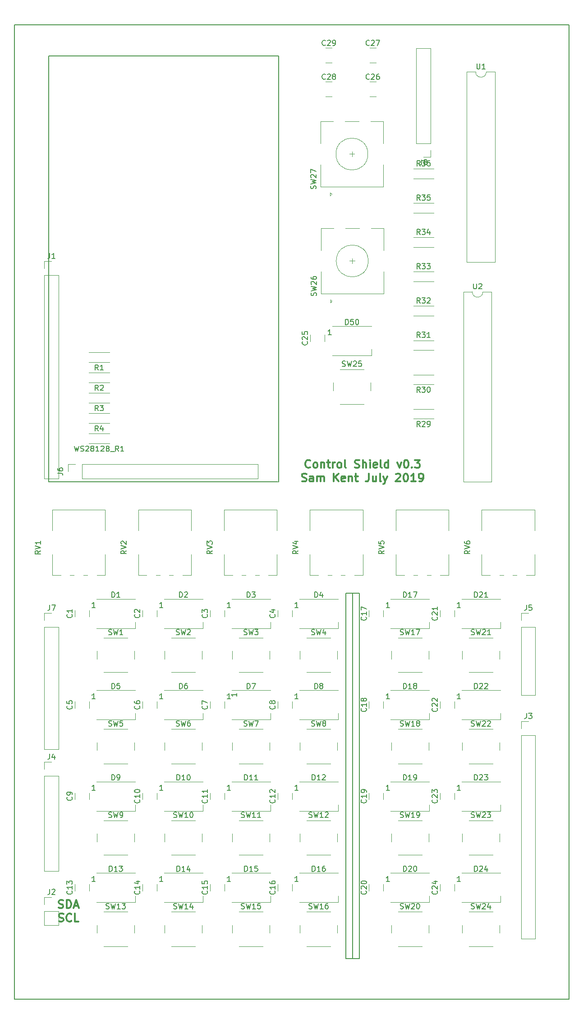
<source format=gbr>
G04 #@! TF.GenerationSoftware,KiCad,Pcbnew,(5.0.0-3-g5ebb6b6)*
G04 #@! TF.CreationDate,2019-07-29T21:46:36+01:00*
G04 #@! TF.ProjectId,DrumMachine-Arduino,4472756D4D616368696E652D41726475,rev?*
G04 #@! TF.SameCoordinates,Original*
G04 #@! TF.FileFunction,Legend,Top*
G04 #@! TF.FilePolarity,Positive*
%FSLAX46Y46*%
G04 Gerber Fmt 4.6, Leading zero omitted, Abs format (unit mm)*
G04 Created by KiCad (PCBNEW (5.0.0-3-g5ebb6b6)) date Monday, 29 July 2019 at 21:46:36*
%MOMM*%
%LPD*%
G01*
G04 APERTURE LIST*
%ADD10C,0.300000*%
%ADD11C,0.150000*%
%ADD12C,0.120000*%
G04 APERTURE END LIST*
D10*
X114292285Y-203172142D02*
X114506571Y-203243571D01*
X114863714Y-203243571D01*
X115006571Y-203172142D01*
X115078000Y-203100714D01*
X115149428Y-202957857D01*
X115149428Y-202815000D01*
X115078000Y-202672142D01*
X115006571Y-202600714D01*
X114863714Y-202529285D01*
X114578000Y-202457857D01*
X114435142Y-202386428D01*
X114363714Y-202315000D01*
X114292285Y-202172142D01*
X114292285Y-202029285D01*
X114363714Y-201886428D01*
X114435142Y-201815000D01*
X114578000Y-201743571D01*
X114935142Y-201743571D01*
X115149428Y-201815000D01*
X116649428Y-203100714D02*
X116578000Y-203172142D01*
X116363714Y-203243571D01*
X116220857Y-203243571D01*
X116006571Y-203172142D01*
X115863714Y-203029285D01*
X115792285Y-202886428D01*
X115720857Y-202600714D01*
X115720857Y-202386428D01*
X115792285Y-202100714D01*
X115863714Y-201957857D01*
X116006571Y-201815000D01*
X116220857Y-201743571D01*
X116363714Y-201743571D01*
X116578000Y-201815000D01*
X116649428Y-201886428D01*
X118006571Y-203243571D02*
X117292285Y-203243571D01*
X117292285Y-201743571D01*
X114256571Y-200632142D02*
X114470857Y-200703571D01*
X114828000Y-200703571D01*
X114970857Y-200632142D01*
X115042285Y-200560714D01*
X115113714Y-200417857D01*
X115113714Y-200275000D01*
X115042285Y-200132142D01*
X114970857Y-200060714D01*
X114828000Y-199989285D01*
X114542285Y-199917857D01*
X114399428Y-199846428D01*
X114328000Y-199775000D01*
X114256571Y-199632142D01*
X114256571Y-199489285D01*
X114328000Y-199346428D01*
X114399428Y-199275000D01*
X114542285Y-199203571D01*
X114899428Y-199203571D01*
X115113714Y-199275000D01*
X115756571Y-200703571D02*
X115756571Y-199203571D01*
X116113714Y-199203571D01*
X116328000Y-199275000D01*
X116470857Y-199417857D01*
X116542285Y-199560714D01*
X116613714Y-199846428D01*
X116613714Y-200060714D01*
X116542285Y-200346428D01*
X116470857Y-200489285D01*
X116328000Y-200632142D01*
X116113714Y-200703571D01*
X115756571Y-200703571D01*
X117185142Y-200275000D02*
X117899428Y-200275000D01*
X117042285Y-200703571D02*
X117542285Y-199203571D01*
X118042285Y-200703571D01*
D11*
X168148000Y-210185000D02*
X169418000Y-210185000D01*
X168148000Y-141605000D02*
X168148000Y-210185000D01*
X169418000Y-141605000D02*
X168148000Y-141605000D01*
X170688000Y-141605000D02*
X169418000Y-141605000D01*
X170688000Y-210185000D02*
X170688000Y-141605000D01*
X169418000Y-210185000D02*
X170688000Y-210185000D01*
X169418000Y-141605000D02*
X169418000Y-210185000D01*
X147645380Y-160369285D02*
X147645380Y-160940714D01*
X147645380Y-160655000D02*
X146645380Y-160655000D01*
X146788238Y-160750238D01*
X146883476Y-160845476D01*
X146931095Y-160940714D01*
X105918000Y-217805000D02*
X105918000Y-34925000D01*
X210058000Y-217805000D02*
X105918000Y-217805000D01*
X210058000Y-34925000D02*
X210058000Y-217805000D01*
X105918000Y-34925000D02*
X210058000Y-34925000D01*
D10*
X161501571Y-117942214D02*
X161430142Y-118013642D01*
X161215857Y-118085071D01*
X161073000Y-118085071D01*
X160858714Y-118013642D01*
X160715857Y-117870785D01*
X160644428Y-117727928D01*
X160573000Y-117442214D01*
X160573000Y-117227928D01*
X160644428Y-116942214D01*
X160715857Y-116799357D01*
X160858714Y-116656500D01*
X161073000Y-116585071D01*
X161215857Y-116585071D01*
X161430142Y-116656500D01*
X161501571Y-116727928D01*
X162358714Y-118085071D02*
X162215857Y-118013642D01*
X162144428Y-117942214D01*
X162073000Y-117799357D01*
X162073000Y-117370785D01*
X162144428Y-117227928D01*
X162215857Y-117156500D01*
X162358714Y-117085071D01*
X162573000Y-117085071D01*
X162715857Y-117156500D01*
X162787285Y-117227928D01*
X162858714Y-117370785D01*
X162858714Y-117799357D01*
X162787285Y-117942214D01*
X162715857Y-118013642D01*
X162573000Y-118085071D01*
X162358714Y-118085071D01*
X163501571Y-117085071D02*
X163501571Y-118085071D01*
X163501571Y-117227928D02*
X163573000Y-117156500D01*
X163715857Y-117085071D01*
X163930142Y-117085071D01*
X164073000Y-117156500D01*
X164144428Y-117299357D01*
X164144428Y-118085071D01*
X164644428Y-117085071D02*
X165215857Y-117085071D01*
X164858714Y-116585071D02*
X164858714Y-117870785D01*
X164930142Y-118013642D01*
X165073000Y-118085071D01*
X165215857Y-118085071D01*
X165715857Y-118085071D02*
X165715857Y-117085071D01*
X165715857Y-117370785D02*
X165787285Y-117227928D01*
X165858714Y-117156500D01*
X166001571Y-117085071D01*
X166144428Y-117085071D01*
X166858714Y-118085071D02*
X166715857Y-118013642D01*
X166644428Y-117942214D01*
X166573000Y-117799357D01*
X166573000Y-117370785D01*
X166644428Y-117227928D01*
X166715857Y-117156500D01*
X166858714Y-117085071D01*
X167073000Y-117085071D01*
X167215857Y-117156500D01*
X167287285Y-117227928D01*
X167358714Y-117370785D01*
X167358714Y-117799357D01*
X167287285Y-117942214D01*
X167215857Y-118013642D01*
X167073000Y-118085071D01*
X166858714Y-118085071D01*
X168215857Y-118085071D02*
X168073000Y-118013642D01*
X168001571Y-117870785D01*
X168001571Y-116585071D01*
X169858714Y-118013642D02*
X170073000Y-118085071D01*
X170430142Y-118085071D01*
X170573000Y-118013642D01*
X170644428Y-117942214D01*
X170715857Y-117799357D01*
X170715857Y-117656500D01*
X170644428Y-117513642D01*
X170573000Y-117442214D01*
X170430142Y-117370785D01*
X170144428Y-117299357D01*
X170001571Y-117227928D01*
X169930142Y-117156500D01*
X169858714Y-117013642D01*
X169858714Y-116870785D01*
X169930142Y-116727928D01*
X170001571Y-116656500D01*
X170144428Y-116585071D01*
X170501571Y-116585071D01*
X170715857Y-116656500D01*
X171358714Y-118085071D02*
X171358714Y-116585071D01*
X172001571Y-118085071D02*
X172001571Y-117299357D01*
X171930142Y-117156500D01*
X171787285Y-117085071D01*
X171573000Y-117085071D01*
X171430142Y-117156500D01*
X171358714Y-117227928D01*
X172715857Y-118085071D02*
X172715857Y-117085071D01*
X172715857Y-116585071D02*
X172644428Y-116656500D01*
X172715857Y-116727928D01*
X172787285Y-116656500D01*
X172715857Y-116585071D01*
X172715857Y-116727928D01*
X174001571Y-118013642D02*
X173858714Y-118085071D01*
X173573000Y-118085071D01*
X173430142Y-118013642D01*
X173358714Y-117870785D01*
X173358714Y-117299357D01*
X173430142Y-117156500D01*
X173573000Y-117085071D01*
X173858714Y-117085071D01*
X174001571Y-117156500D01*
X174073000Y-117299357D01*
X174073000Y-117442214D01*
X173358714Y-117585071D01*
X174930142Y-118085071D02*
X174787285Y-118013642D01*
X174715857Y-117870785D01*
X174715857Y-116585071D01*
X176144428Y-118085071D02*
X176144428Y-116585071D01*
X176144428Y-118013642D02*
X176001571Y-118085071D01*
X175715857Y-118085071D01*
X175573000Y-118013642D01*
X175501571Y-117942214D01*
X175430142Y-117799357D01*
X175430142Y-117370785D01*
X175501571Y-117227928D01*
X175573000Y-117156500D01*
X175715857Y-117085071D01*
X176001571Y-117085071D01*
X176144428Y-117156500D01*
X177858714Y-117085071D02*
X178215857Y-118085071D01*
X178573000Y-117085071D01*
X179430142Y-116585071D02*
X179573000Y-116585071D01*
X179715857Y-116656500D01*
X179787285Y-116727928D01*
X179858714Y-116870785D01*
X179930142Y-117156500D01*
X179930142Y-117513642D01*
X179858714Y-117799357D01*
X179787285Y-117942214D01*
X179715857Y-118013642D01*
X179573000Y-118085071D01*
X179430142Y-118085071D01*
X179287285Y-118013642D01*
X179215857Y-117942214D01*
X179144428Y-117799357D01*
X179073000Y-117513642D01*
X179073000Y-117156500D01*
X179144428Y-116870785D01*
X179215857Y-116727928D01*
X179287285Y-116656500D01*
X179430142Y-116585071D01*
X180573000Y-117942214D02*
X180644428Y-118013642D01*
X180573000Y-118085071D01*
X180501571Y-118013642D01*
X180573000Y-117942214D01*
X180573000Y-118085071D01*
X181144428Y-116585071D02*
X182072999Y-116585071D01*
X181572999Y-117156500D01*
X181787285Y-117156500D01*
X181930142Y-117227928D01*
X182001571Y-117299357D01*
X182072999Y-117442214D01*
X182072999Y-117799357D01*
X182001571Y-117942214D01*
X181930142Y-118013642D01*
X181787285Y-118085071D01*
X181358714Y-118085071D01*
X181215857Y-118013642D01*
X181144428Y-117942214D01*
X159930142Y-120563642D02*
X160144428Y-120635071D01*
X160501571Y-120635071D01*
X160644428Y-120563642D01*
X160715857Y-120492214D01*
X160787285Y-120349357D01*
X160787285Y-120206500D01*
X160715857Y-120063642D01*
X160644428Y-119992214D01*
X160501571Y-119920785D01*
X160215857Y-119849357D01*
X160073000Y-119777928D01*
X160001571Y-119706500D01*
X159930142Y-119563642D01*
X159930142Y-119420785D01*
X160001571Y-119277928D01*
X160073000Y-119206500D01*
X160215857Y-119135071D01*
X160573000Y-119135071D01*
X160787285Y-119206500D01*
X162073000Y-120635071D02*
X162073000Y-119849357D01*
X162001571Y-119706500D01*
X161858714Y-119635071D01*
X161573000Y-119635071D01*
X161430142Y-119706500D01*
X162073000Y-120563642D02*
X161930142Y-120635071D01*
X161573000Y-120635071D01*
X161430142Y-120563642D01*
X161358714Y-120420785D01*
X161358714Y-120277928D01*
X161430142Y-120135071D01*
X161573000Y-120063642D01*
X161930142Y-120063642D01*
X162073000Y-119992214D01*
X162787285Y-120635071D02*
X162787285Y-119635071D01*
X162787285Y-119777928D02*
X162858714Y-119706500D01*
X163001571Y-119635071D01*
X163215857Y-119635071D01*
X163358714Y-119706500D01*
X163430142Y-119849357D01*
X163430142Y-120635071D01*
X163430142Y-119849357D02*
X163501571Y-119706500D01*
X163644428Y-119635071D01*
X163858714Y-119635071D01*
X164001571Y-119706500D01*
X164073000Y-119849357D01*
X164073000Y-120635071D01*
X165930142Y-120635071D02*
X165930142Y-119135071D01*
X166787285Y-120635071D02*
X166144428Y-119777928D01*
X166787285Y-119135071D02*
X165930142Y-119992214D01*
X168001571Y-120563642D02*
X167858714Y-120635071D01*
X167573000Y-120635071D01*
X167430142Y-120563642D01*
X167358714Y-120420785D01*
X167358714Y-119849357D01*
X167430142Y-119706500D01*
X167573000Y-119635071D01*
X167858714Y-119635071D01*
X168001571Y-119706500D01*
X168073000Y-119849357D01*
X168073000Y-119992214D01*
X167358714Y-120135071D01*
X168715857Y-119635071D02*
X168715857Y-120635071D01*
X168715857Y-119777928D02*
X168787285Y-119706500D01*
X168930142Y-119635071D01*
X169144428Y-119635071D01*
X169287285Y-119706500D01*
X169358714Y-119849357D01*
X169358714Y-120635071D01*
X169858714Y-119635071D02*
X170430142Y-119635071D01*
X170073000Y-119135071D02*
X170073000Y-120420785D01*
X170144428Y-120563642D01*
X170287285Y-120635071D01*
X170430142Y-120635071D01*
X172501571Y-119135071D02*
X172501571Y-120206500D01*
X172430142Y-120420785D01*
X172287285Y-120563642D01*
X172073000Y-120635071D01*
X171930142Y-120635071D01*
X173858714Y-119635071D02*
X173858714Y-120635071D01*
X173215857Y-119635071D02*
X173215857Y-120420785D01*
X173287285Y-120563642D01*
X173430142Y-120635071D01*
X173644428Y-120635071D01*
X173787285Y-120563642D01*
X173858714Y-120492214D01*
X174787285Y-120635071D02*
X174644428Y-120563642D01*
X174573000Y-120420785D01*
X174573000Y-119135071D01*
X175215857Y-119635071D02*
X175573000Y-120635071D01*
X175930142Y-119635071D02*
X175573000Y-120635071D01*
X175430142Y-120992214D01*
X175358714Y-121063642D01*
X175215857Y-121135071D01*
X177573000Y-119277928D02*
X177644428Y-119206500D01*
X177787285Y-119135071D01*
X178144428Y-119135071D01*
X178287285Y-119206500D01*
X178358714Y-119277928D01*
X178430142Y-119420785D01*
X178430142Y-119563642D01*
X178358714Y-119777928D01*
X177501571Y-120635071D01*
X178430142Y-120635071D01*
X179358714Y-119135071D02*
X179501571Y-119135071D01*
X179644428Y-119206500D01*
X179715857Y-119277928D01*
X179787285Y-119420785D01*
X179858714Y-119706500D01*
X179858714Y-120063642D01*
X179787285Y-120349357D01*
X179715857Y-120492214D01*
X179644428Y-120563642D01*
X179501571Y-120635071D01*
X179358714Y-120635071D01*
X179215857Y-120563642D01*
X179144428Y-120492214D01*
X179073000Y-120349357D01*
X179001571Y-120063642D01*
X179001571Y-119706500D01*
X179073000Y-119420785D01*
X179144428Y-119277928D01*
X179215857Y-119206500D01*
X179358714Y-119135071D01*
X181287285Y-120635071D02*
X180430142Y-120635071D01*
X180858714Y-120635071D02*
X180858714Y-119135071D01*
X180715857Y-119349357D01*
X180573000Y-119492214D01*
X180430142Y-119563642D01*
X182001571Y-120635071D02*
X182287285Y-120635071D01*
X182430142Y-120563642D01*
X182501571Y-120492214D01*
X182644428Y-120277928D01*
X182715857Y-119992214D01*
X182715857Y-119420785D01*
X182644428Y-119277928D01*
X182573000Y-119206500D01*
X182430142Y-119135071D01*
X182144428Y-119135071D01*
X182001571Y-119206500D01*
X181930142Y-119277928D01*
X181858714Y-119420785D01*
X181858714Y-119777928D01*
X181930142Y-119920785D01*
X182001571Y-119992214D01*
X182144428Y-120063642D01*
X182430142Y-120063642D01*
X182573000Y-119992214D01*
X182644428Y-119920785D01*
X182715857Y-119777928D01*
D12*
G04 #@! TO.C,D1*
X121318000Y-142665000D02*
X128618000Y-142665000D01*
X121318000Y-148165000D02*
X128618000Y-148165000D01*
X128618000Y-148165000D02*
X128618000Y-147015000D01*
G04 #@! TO.C,D2*
X134018000Y-142665000D02*
X141318000Y-142665000D01*
X134018000Y-148165000D02*
X141318000Y-148165000D01*
X141318000Y-148165000D02*
X141318000Y-147015000D01*
G04 #@! TO.C,D3*
X146718000Y-142665000D02*
X154018000Y-142665000D01*
X146718000Y-148165000D02*
X154018000Y-148165000D01*
X154018000Y-148165000D02*
X154018000Y-147015000D01*
G04 #@! TO.C,D4*
X159418000Y-142665000D02*
X166718000Y-142665000D01*
X159418000Y-148165000D02*
X166718000Y-148165000D01*
X166718000Y-148165000D02*
X166718000Y-147015000D01*
G04 #@! TO.C,D5*
X121318000Y-159810000D02*
X128618000Y-159810000D01*
X121318000Y-165310000D02*
X128618000Y-165310000D01*
X128618000Y-165310000D02*
X128618000Y-164160000D01*
G04 #@! TO.C,D6*
X134018000Y-159810000D02*
X141318000Y-159810000D01*
X134018000Y-165310000D02*
X141318000Y-165310000D01*
X141318000Y-165310000D02*
X141318000Y-164160000D01*
G04 #@! TO.C,D7*
X146718000Y-159810000D02*
X154018000Y-159810000D01*
X146718000Y-165310000D02*
X154018000Y-165310000D01*
X154018000Y-165310000D02*
X154018000Y-164160000D01*
G04 #@! TO.C,D8*
X159418000Y-159810000D02*
X166718000Y-159810000D01*
X159418000Y-165310000D02*
X166718000Y-165310000D01*
X166718000Y-165310000D02*
X166718000Y-164160000D01*
G04 #@! TO.C,D9*
X121318000Y-176955000D02*
X128618000Y-176955000D01*
X121318000Y-182455000D02*
X128618000Y-182455000D01*
X128618000Y-182455000D02*
X128618000Y-181305000D01*
G04 #@! TO.C,D10*
X134018000Y-176955000D02*
X141318000Y-176955000D01*
X134018000Y-182455000D02*
X141318000Y-182455000D01*
X141318000Y-182455000D02*
X141318000Y-181305000D01*
G04 #@! TO.C,D11*
X146718000Y-176955000D02*
X154018000Y-176955000D01*
X146718000Y-182455000D02*
X154018000Y-182455000D01*
X154018000Y-182455000D02*
X154018000Y-181305000D01*
G04 #@! TO.C,D12*
X159418000Y-176955000D02*
X166718000Y-176955000D01*
X159418000Y-182455000D02*
X166718000Y-182455000D01*
X166718000Y-182455000D02*
X166718000Y-181305000D01*
G04 #@! TO.C,D13*
X121318000Y-194100000D02*
X128618000Y-194100000D01*
X121318000Y-199600000D02*
X128618000Y-199600000D01*
X128618000Y-199600000D02*
X128618000Y-198450000D01*
G04 #@! TO.C,D14*
X134018000Y-194100000D02*
X141318000Y-194100000D01*
X134018000Y-199600000D02*
X141318000Y-199600000D01*
X141318000Y-199600000D02*
X141318000Y-198450000D01*
G04 #@! TO.C,D15*
X146718000Y-194100000D02*
X154018000Y-194100000D01*
X146718000Y-199600000D02*
X154018000Y-199600000D01*
X154018000Y-199600000D02*
X154018000Y-198450000D01*
G04 #@! TO.C,D16*
X159418000Y-194100000D02*
X166718000Y-194100000D01*
X159418000Y-199600000D02*
X166718000Y-199600000D01*
X166718000Y-199600000D02*
X166718000Y-198450000D01*
G04 #@! TO.C,D17*
X176563000Y-142665000D02*
X183863000Y-142665000D01*
X176563000Y-148165000D02*
X183863000Y-148165000D01*
X183863000Y-148165000D02*
X183863000Y-147015000D01*
G04 #@! TO.C,D18*
X176563000Y-159810000D02*
X183863000Y-159810000D01*
X176563000Y-165310000D02*
X183863000Y-165310000D01*
X183863000Y-165310000D02*
X183863000Y-164160000D01*
G04 #@! TO.C,D19*
X176563000Y-176955000D02*
X183863000Y-176955000D01*
X176563000Y-182455000D02*
X183863000Y-182455000D01*
X183863000Y-182455000D02*
X183863000Y-181305000D01*
G04 #@! TO.C,D20*
X176563000Y-194100000D02*
X183863000Y-194100000D01*
X176563000Y-199600000D02*
X183863000Y-199600000D01*
X183863000Y-199600000D02*
X183863000Y-198450000D01*
G04 #@! TO.C,D21*
X189898000Y-142665000D02*
X197198000Y-142665000D01*
X189898000Y-148165000D02*
X197198000Y-148165000D01*
X197198000Y-148165000D02*
X197198000Y-147015000D01*
G04 #@! TO.C,D22*
X189898000Y-159810000D02*
X197198000Y-159810000D01*
X189898000Y-165310000D02*
X197198000Y-165310000D01*
X197198000Y-165310000D02*
X197198000Y-164160000D01*
G04 #@! TO.C,D23*
X189898000Y-176955000D02*
X197198000Y-176955000D01*
X189898000Y-182455000D02*
X197198000Y-182455000D01*
X197198000Y-182455000D02*
X197198000Y-181305000D01*
G04 #@! TO.C,D24*
X189898000Y-194100000D02*
X197198000Y-194100000D01*
X189898000Y-199600000D02*
X197198000Y-199600000D01*
X197198000Y-199600000D02*
X197198000Y-198450000D01*
G04 #@! TO.C,D50*
X165668000Y-91484000D02*
X172968000Y-91484000D01*
X165668000Y-96984000D02*
X172968000Y-96984000D01*
X172968000Y-96984000D02*
X172968000Y-95834000D01*
G04 #@! TO.C,U1*
X196198000Y-43755000D02*
X194548000Y-43755000D01*
X196198000Y-79435000D02*
X196198000Y-43755000D01*
X190898000Y-79435000D02*
X196198000Y-79435000D01*
X190898000Y-43755000D02*
X190898000Y-79435000D01*
X192548000Y-43755000D02*
X190898000Y-43755000D01*
X194548000Y-43755000D02*
G75*
G02X192548000Y-43755000I-1000000J0D01*
G01*
G04 #@! TO.C,R1*
X123776000Y-96425500D02*
X119936000Y-96425500D01*
X123776000Y-98265500D02*
X119936000Y-98265500D01*
G04 #@! TO.C,R2*
X123776000Y-100236000D02*
X119936000Y-100236000D01*
X123776000Y-102076000D02*
X119936000Y-102076000D01*
G04 #@! TO.C,J7*
X111573000Y-145355000D02*
X112903000Y-145355000D01*
X111573000Y-146685000D02*
X111573000Y-145355000D01*
X111573000Y-147955000D02*
X114233000Y-147955000D01*
X114233000Y-147955000D02*
X114233000Y-170875000D01*
X111573000Y-147955000D02*
X111573000Y-170875000D01*
X111573000Y-170875000D02*
X114233000Y-170875000D01*
G04 #@! TO.C,J8*
X184083000Y-59750000D02*
X182753000Y-59750000D01*
X184083000Y-58420000D02*
X184083000Y-59750000D01*
X184083000Y-57150000D02*
X181423000Y-57150000D01*
X181423000Y-57150000D02*
X181423000Y-39310000D01*
X184083000Y-57150000D02*
X184083000Y-39310000D01*
X184083000Y-39310000D02*
X181423000Y-39310000D01*
G04 #@! TO.C,U2*
X195563000Y-85030000D02*
X193913000Y-85030000D01*
X195563000Y-120710000D02*
X195563000Y-85030000D01*
X190263000Y-120710000D02*
X195563000Y-120710000D01*
X190263000Y-85030000D02*
X190263000Y-120710000D01*
X191913000Y-85030000D02*
X190263000Y-85030000D01*
X193913000Y-85030000D02*
G75*
G02X191913000Y-85030000I-1000000J0D01*
G01*
G04 #@! TO.C,SW1*
X128468000Y-153945000D02*
X128468000Y-152445000D01*
X127218000Y-149945000D02*
X122718000Y-149945000D01*
X121468000Y-152445000D02*
X121468000Y-153945000D01*
X122718000Y-156445000D02*
X127218000Y-156445000D01*
G04 #@! TO.C,SW2*
X141168000Y-153945000D02*
X141168000Y-152445000D01*
X139918000Y-149945000D02*
X135418000Y-149945000D01*
X134168000Y-152445000D02*
X134168000Y-153945000D01*
X135418000Y-156445000D02*
X139918000Y-156445000D01*
G04 #@! TO.C,SW3*
X153868000Y-153945000D02*
X153868000Y-152445000D01*
X152618000Y-149945000D02*
X148118000Y-149945000D01*
X146868000Y-152445000D02*
X146868000Y-153945000D01*
X148118000Y-156445000D02*
X152618000Y-156445000D01*
G04 #@! TO.C,SW4*
X166568000Y-153945000D02*
X166568000Y-152445000D01*
X165318000Y-149945000D02*
X160818000Y-149945000D01*
X159568000Y-152445000D02*
X159568000Y-153945000D01*
X160818000Y-156445000D02*
X165318000Y-156445000D01*
G04 #@! TO.C,SW5*
X128468000Y-171090000D02*
X128468000Y-169590000D01*
X127218000Y-167090000D02*
X122718000Y-167090000D01*
X121468000Y-169590000D02*
X121468000Y-171090000D01*
X122718000Y-173590000D02*
X127218000Y-173590000D01*
G04 #@! TO.C,SW6*
X141168000Y-171090000D02*
X141168000Y-169590000D01*
X139918000Y-167090000D02*
X135418000Y-167090000D01*
X134168000Y-169590000D02*
X134168000Y-171090000D01*
X135418000Y-173590000D02*
X139918000Y-173590000D01*
G04 #@! TO.C,SW7*
X153868000Y-171090000D02*
X153868000Y-169590000D01*
X152618000Y-167090000D02*
X148118000Y-167090000D01*
X146868000Y-169590000D02*
X146868000Y-171090000D01*
X148118000Y-173590000D02*
X152618000Y-173590000D01*
G04 #@! TO.C,SW8*
X166568000Y-171090000D02*
X166568000Y-169590000D01*
X165318000Y-167090000D02*
X160818000Y-167090000D01*
X159568000Y-169590000D02*
X159568000Y-171090000D01*
X160818000Y-173590000D02*
X165318000Y-173590000D01*
G04 #@! TO.C,SW9*
X128468000Y-188235000D02*
X128468000Y-186735000D01*
X127218000Y-184235000D02*
X122718000Y-184235000D01*
X121468000Y-186735000D02*
X121468000Y-188235000D01*
X122718000Y-190735000D02*
X127218000Y-190735000D01*
G04 #@! TO.C,SW10*
X141168000Y-188235000D02*
X141168000Y-186735000D01*
X139918000Y-184235000D02*
X135418000Y-184235000D01*
X134168000Y-186735000D02*
X134168000Y-188235000D01*
X135418000Y-190735000D02*
X139918000Y-190735000D01*
G04 #@! TO.C,SW11*
X153868000Y-188235000D02*
X153868000Y-186735000D01*
X152618000Y-184235000D02*
X148118000Y-184235000D01*
X146868000Y-186735000D02*
X146868000Y-188235000D01*
X148118000Y-190735000D02*
X152618000Y-190735000D01*
G04 #@! TO.C,SW12*
X166568000Y-188235000D02*
X166568000Y-186735000D01*
X165318000Y-184235000D02*
X160818000Y-184235000D01*
X159568000Y-186735000D02*
X159568000Y-188235000D01*
X160818000Y-190735000D02*
X165318000Y-190735000D01*
G04 #@! TO.C,SW13*
X128468000Y-205380000D02*
X128468000Y-203880000D01*
X127218000Y-201380000D02*
X122718000Y-201380000D01*
X121468000Y-203880000D02*
X121468000Y-205380000D01*
X122718000Y-207880000D02*
X127218000Y-207880000D01*
G04 #@! TO.C,SW14*
X141168000Y-205380000D02*
X141168000Y-203880000D01*
X139918000Y-201380000D02*
X135418000Y-201380000D01*
X134168000Y-203880000D02*
X134168000Y-205380000D01*
X135418000Y-207880000D02*
X139918000Y-207880000D01*
G04 #@! TO.C,SW15*
X153868000Y-205380000D02*
X153868000Y-203880000D01*
X152618000Y-201380000D02*
X148118000Y-201380000D01*
X146868000Y-203880000D02*
X146868000Y-205380000D01*
X148118000Y-207880000D02*
X152618000Y-207880000D01*
G04 #@! TO.C,SW16*
X166568000Y-205380000D02*
X166568000Y-203880000D01*
X165318000Y-201380000D02*
X160818000Y-201380000D01*
X159568000Y-203880000D02*
X159568000Y-205380000D01*
X160818000Y-207880000D02*
X165318000Y-207880000D01*
G04 #@! TO.C,SW17*
X183713000Y-153945000D02*
X183713000Y-152445000D01*
X182463000Y-149945000D02*
X177963000Y-149945000D01*
X176713000Y-152445000D02*
X176713000Y-153945000D01*
X177963000Y-156445000D02*
X182463000Y-156445000D01*
G04 #@! TO.C,SW18*
X183713000Y-171090000D02*
X183713000Y-169590000D01*
X182463000Y-167090000D02*
X177963000Y-167090000D01*
X176713000Y-169590000D02*
X176713000Y-171090000D01*
X177963000Y-173590000D02*
X182463000Y-173590000D01*
G04 #@! TO.C,SW19*
X183713000Y-188235000D02*
X183713000Y-186735000D01*
X182463000Y-184235000D02*
X177963000Y-184235000D01*
X176713000Y-186735000D02*
X176713000Y-188235000D01*
X177963000Y-190735000D02*
X182463000Y-190735000D01*
G04 #@! TO.C,SW20*
X183713000Y-205380000D02*
X183713000Y-203880000D01*
X182463000Y-201380000D02*
X177963000Y-201380000D01*
X176713000Y-203880000D02*
X176713000Y-205380000D01*
X177963000Y-207880000D02*
X182463000Y-207880000D01*
G04 #@! TO.C,SW21*
X197048000Y-153945000D02*
X197048000Y-152445000D01*
X195798000Y-149945000D02*
X191298000Y-149945000D01*
X190048000Y-152445000D02*
X190048000Y-153945000D01*
X191298000Y-156445000D02*
X195798000Y-156445000D01*
G04 #@! TO.C,SW22*
X197048000Y-171090000D02*
X197048000Y-169590000D01*
X195798000Y-167090000D02*
X191298000Y-167090000D01*
X190048000Y-169590000D02*
X190048000Y-171090000D01*
X191298000Y-173590000D02*
X195798000Y-173590000D01*
G04 #@! TO.C,SW23*
X197048000Y-188235000D02*
X197048000Y-186735000D01*
X195798000Y-184235000D02*
X191298000Y-184235000D01*
X190048000Y-186735000D02*
X190048000Y-188235000D01*
X191298000Y-190735000D02*
X195798000Y-190735000D01*
G04 #@! TO.C,SW24*
X197048000Y-205380000D02*
X197048000Y-203880000D01*
X195798000Y-201380000D02*
X191298000Y-201380000D01*
X190048000Y-203880000D02*
X190048000Y-205380000D01*
X191298000Y-207880000D02*
X195798000Y-207880000D01*
G04 #@! TO.C,SW25*
X172818000Y-103584000D02*
X172818000Y-102084000D01*
X171568000Y-99584000D02*
X167068000Y-99584000D01*
X165818000Y-102084000D02*
X165818000Y-103584000D01*
X167068000Y-106084000D02*
X171568000Y-106084000D01*
G04 #@! TO.C,SW26*
X172378000Y-79241000D02*
G75*
G03X172378000Y-79241000I-3000000J0D01*
G01*
X163478000Y-77241000D02*
X163478000Y-73141000D01*
X175278000Y-73141000D02*
X175278000Y-77241000D01*
X175278000Y-81241000D02*
X175278000Y-85341000D01*
X163478000Y-81241000D02*
X163478000Y-85341000D01*
X163478000Y-85341000D02*
X175278000Y-85341000D01*
X165578000Y-86741000D02*
X165278000Y-87041000D01*
X165278000Y-87041000D02*
X165278000Y-86441000D01*
X165278000Y-86441000D02*
X165578000Y-86741000D01*
X163478000Y-73141000D02*
X165878000Y-73141000D01*
X168078000Y-73141000D02*
X170678000Y-73141000D01*
X172878000Y-73141000D02*
X175278000Y-73141000D01*
X168878000Y-79241000D02*
X169878000Y-79241000D01*
X169378000Y-79741000D02*
X169378000Y-78741000D01*
G04 #@! TO.C,SW27*
X172318000Y-59175000D02*
G75*
G03X172318000Y-59175000I-3000000J0D01*
G01*
X163418000Y-57175000D02*
X163418000Y-53075000D01*
X175218000Y-53075000D02*
X175218000Y-57175000D01*
X175218000Y-61175000D02*
X175218000Y-65275000D01*
X163418000Y-61175000D02*
X163418000Y-65275000D01*
X163418000Y-65275000D02*
X175218000Y-65275000D01*
X165518000Y-66675000D02*
X165218000Y-66975000D01*
X165218000Y-66975000D02*
X165218000Y-66375000D01*
X165218000Y-66375000D02*
X165518000Y-66675000D01*
X163418000Y-53075000D02*
X165818000Y-53075000D01*
X168018000Y-53075000D02*
X170618000Y-53075000D01*
X172818000Y-53075000D02*
X175218000Y-53075000D01*
X168818000Y-59175000D02*
X169818000Y-59175000D01*
X169318000Y-59675000D02*
X169318000Y-58675000D01*
G04 #@! TO.C,RV1*
X113058000Y-138200000D02*
X113058000Y-134335000D01*
X113058000Y-129825000D02*
X113058000Y-125960000D01*
X122998000Y-138200000D02*
X122998000Y-134335000D01*
X122998000Y-129825000D02*
X122998000Y-125960000D01*
X113058000Y-138200000D02*
X114657000Y-138200000D01*
X116399000Y-138200000D02*
X117158000Y-138200000D01*
X118899000Y-138200000D02*
X119658000Y-138200000D01*
X121398000Y-138200000D02*
X122998000Y-138200000D01*
X113058000Y-125960000D02*
X122998000Y-125960000D01*
G04 #@! TO.C,RV2*
X129186000Y-138185000D02*
X129186000Y-134320000D01*
X129186000Y-129810000D02*
X129186000Y-125945000D01*
X139126000Y-138185000D02*
X139126000Y-134320000D01*
X139126000Y-129810000D02*
X139126000Y-125945000D01*
X129186000Y-138185000D02*
X130785000Y-138185000D01*
X132527000Y-138185000D02*
X133286000Y-138185000D01*
X135027000Y-138185000D02*
X135786000Y-138185000D01*
X137526000Y-138185000D02*
X139126000Y-138185000D01*
X129186000Y-125945000D02*
X139126000Y-125945000D01*
G04 #@! TO.C,RV3*
X145314000Y-138185000D02*
X145314000Y-134320000D01*
X145314000Y-129810000D02*
X145314000Y-125945000D01*
X155254000Y-138185000D02*
X155254000Y-134320000D01*
X155254000Y-129810000D02*
X155254000Y-125945000D01*
X145314000Y-138185000D02*
X146913000Y-138185000D01*
X148655000Y-138185000D02*
X149414000Y-138185000D01*
X151155000Y-138185000D02*
X151914000Y-138185000D01*
X153654000Y-138185000D02*
X155254000Y-138185000D01*
X145314000Y-125945000D02*
X155254000Y-125945000D01*
G04 #@! TO.C,RV4*
X161442000Y-138185000D02*
X161442000Y-134320000D01*
X161442000Y-129810000D02*
X161442000Y-125945000D01*
X171382000Y-138185000D02*
X171382000Y-134320000D01*
X171382000Y-129810000D02*
X171382000Y-125945000D01*
X161442000Y-138185000D02*
X163041000Y-138185000D01*
X164783000Y-138185000D02*
X165542000Y-138185000D01*
X167283000Y-138185000D02*
X168042000Y-138185000D01*
X169782000Y-138185000D02*
X171382000Y-138185000D01*
X161442000Y-125945000D02*
X171382000Y-125945000D01*
G04 #@! TO.C,RV5*
X177570000Y-138185000D02*
X177570000Y-134320000D01*
X177570000Y-129810000D02*
X177570000Y-125945000D01*
X187510000Y-138185000D02*
X187510000Y-134320000D01*
X187510000Y-129810000D02*
X187510000Y-125945000D01*
X177570000Y-138185000D02*
X179169000Y-138185000D01*
X180911000Y-138185000D02*
X181670000Y-138185000D01*
X183411000Y-138185000D02*
X184170000Y-138185000D01*
X185910000Y-138185000D02*
X187510000Y-138185000D01*
X177570000Y-125945000D02*
X187510000Y-125945000D01*
G04 #@! TO.C,RV6*
X193698000Y-138185000D02*
X193698000Y-134320000D01*
X193698000Y-129810000D02*
X193698000Y-125945000D01*
X203638000Y-138185000D02*
X203638000Y-134320000D01*
X203638000Y-129810000D02*
X203638000Y-125945000D01*
X193698000Y-138185000D02*
X195297000Y-138185000D01*
X197039000Y-138185000D02*
X197798000Y-138185000D01*
X199539000Y-138185000D02*
X200298000Y-138185000D01*
X202038000Y-138185000D02*
X203638000Y-138185000D01*
X193698000Y-125945000D02*
X203638000Y-125945000D01*
G04 #@! TO.C,J1*
X111573000Y-79315000D02*
X112903000Y-79315000D01*
X111573000Y-80645000D02*
X111573000Y-79315000D01*
X111573000Y-81915000D02*
X114233000Y-81915000D01*
X114233000Y-81915000D02*
X114233000Y-120075000D01*
X111573000Y-81915000D02*
X111573000Y-120075000D01*
X111573000Y-120075000D02*
X114233000Y-120075000D01*
G04 #@! TO.C,J2*
X111573000Y-203895000D02*
X114233000Y-203895000D01*
X111573000Y-201295000D02*
X111573000Y-203895000D01*
X114233000Y-201295000D02*
X114233000Y-203895000D01*
X111573000Y-201295000D02*
X114233000Y-201295000D01*
X111573000Y-200025000D02*
X111573000Y-198695000D01*
X111573000Y-198695000D02*
X112903000Y-198695000D01*
G04 #@! TO.C,J3*
X201108000Y-206435000D02*
X203768000Y-206435000D01*
X201108000Y-168275000D02*
X201108000Y-206435000D01*
X203768000Y-168275000D02*
X203768000Y-206435000D01*
X201108000Y-168275000D02*
X203768000Y-168275000D01*
X201108000Y-167005000D02*
X201108000Y-165675000D01*
X201108000Y-165675000D02*
X202438000Y-165675000D01*
G04 #@! TO.C,J4*
X111573000Y-193735000D02*
X114233000Y-193735000D01*
X111573000Y-175895000D02*
X111573000Y-193735000D01*
X114233000Y-175895000D02*
X114233000Y-193735000D01*
X111573000Y-175895000D02*
X114233000Y-175895000D01*
X111573000Y-174625000D02*
X111573000Y-173295000D01*
X111573000Y-173295000D02*
X112903000Y-173295000D01*
G04 #@! TO.C,J5*
X201108000Y-160715000D02*
X203768000Y-160715000D01*
X201108000Y-147955000D02*
X201108000Y-160715000D01*
X203768000Y-147955000D02*
X203768000Y-160715000D01*
X201108000Y-147955000D02*
X203768000Y-147955000D01*
X201108000Y-146685000D02*
X201108000Y-145355000D01*
X201108000Y-145355000D02*
X202438000Y-145355000D01*
D11*
G04 #@! TO.C,J6*
X155348000Y-120645000D02*
X112348000Y-120645000D01*
X155548000Y-40745000D02*
X112348000Y-40745000D01*
X155548000Y-40745000D02*
X155548000Y-120645000D01*
X112348000Y-120645000D02*
X112348000Y-40745000D01*
D12*
X118618000Y-120075000D02*
X118618000Y-117415000D01*
X118618000Y-120075000D02*
X151698000Y-120075000D01*
X151698000Y-120075000D02*
X151698000Y-117415000D01*
X118618000Y-117415000D02*
X151698000Y-117415000D01*
X116018000Y-117415000D02*
X117348000Y-117415000D01*
X116018000Y-118745000D02*
X116018000Y-117415000D01*
G04 #@! TO.C,R3*
X123776000Y-105886000D02*
X119936000Y-105886000D01*
X123776000Y-104046000D02*
X119936000Y-104046000D01*
G04 #@! TO.C,R4*
X123776000Y-107856000D02*
X119936000Y-107856000D01*
X123776000Y-109696000D02*
X119936000Y-109696000D01*
G04 #@! TO.C,C1*
X117258000Y-146017064D02*
X117258000Y-144812936D01*
X119978000Y-146017064D02*
X119978000Y-144812936D01*
G04 #@! TO.C,C2*
X129958000Y-146017064D02*
X129958000Y-144812936D01*
X132678000Y-146017064D02*
X132678000Y-144812936D01*
G04 #@! TO.C,C3*
X142658000Y-146017064D02*
X142658000Y-144812936D01*
X145378000Y-146017064D02*
X145378000Y-144812936D01*
G04 #@! TO.C,C4*
X158078000Y-146017064D02*
X158078000Y-144812936D01*
X155358000Y-146017064D02*
X155358000Y-144812936D01*
G04 #@! TO.C,C5*
X117258000Y-163162064D02*
X117258000Y-161957936D01*
X119978000Y-163162064D02*
X119978000Y-161957936D01*
G04 #@! TO.C,C6*
X129958000Y-163162064D02*
X129958000Y-161957936D01*
X132678000Y-163162064D02*
X132678000Y-161957936D01*
G04 #@! TO.C,C7*
X145378000Y-163162064D02*
X145378000Y-161957936D01*
X142658000Y-163162064D02*
X142658000Y-161957936D01*
G04 #@! TO.C,C8*
X158078000Y-163162064D02*
X158078000Y-161957936D01*
X155358000Y-163162064D02*
X155358000Y-161957936D01*
G04 #@! TO.C,C9*
X117258000Y-180307064D02*
X117258000Y-179102936D01*
X119978000Y-180307064D02*
X119978000Y-179102936D01*
G04 #@! TO.C,C10*
X132678000Y-180307064D02*
X132678000Y-179102936D01*
X129958000Y-180307064D02*
X129958000Y-179102936D01*
G04 #@! TO.C,C11*
X145378000Y-180307064D02*
X145378000Y-179102936D01*
X142658000Y-180307064D02*
X142658000Y-179102936D01*
G04 #@! TO.C,C12*
X155358000Y-180307064D02*
X155358000Y-179102936D01*
X158078000Y-180307064D02*
X158078000Y-179102936D01*
G04 #@! TO.C,C13*
X117258000Y-197452064D02*
X117258000Y-196247936D01*
X119978000Y-197452064D02*
X119978000Y-196247936D01*
G04 #@! TO.C,C14*
X129958000Y-197452064D02*
X129958000Y-196247936D01*
X132678000Y-197452064D02*
X132678000Y-196247936D01*
G04 #@! TO.C,C15*
X145378000Y-197452064D02*
X145378000Y-196247936D01*
X142658000Y-197452064D02*
X142658000Y-196247936D01*
G04 #@! TO.C,C16*
X155358000Y-197452064D02*
X155358000Y-196247936D01*
X158078000Y-197452064D02*
X158078000Y-196247936D01*
G04 #@! TO.C,C17*
X172503000Y-146017064D02*
X172503000Y-144812936D01*
X175223000Y-146017064D02*
X175223000Y-144812936D01*
G04 #@! TO.C,C18*
X175223000Y-163162064D02*
X175223000Y-161957936D01*
X172503000Y-163162064D02*
X172503000Y-161957936D01*
G04 #@! TO.C,C19*
X175223000Y-180307064D02*
X175223000Y-179102936D01*
X172503000Y-180307064D02*
X172503000Y-179102936D01*
G04 #@! TO.C,C20*
X172503000Y-197452064D02*
X172503000Y-196247936D01*
X175223000Y-197452064D02*
X175223000Y-196247936D01*
G04 #@! TO.C,C21*
X188558000Y-146017064D02*
X188558000Y-144812936D01*
X185838000Y-146017064D02*
X185838000Y-144812936D01*
G04 #@! TO.C,C22*
X188558000Y-163162064D02*
X188558000Y-161957936D01*
X185838000Y-163162064D02*
X185838000Y-161957936D01*
G04 #@! TO.C,C23*
X188558000Y-180307064D02*
X188558000Y-179102936D01*
X185838000Y-180307064D02*
X185838000Y-179102936D01*
G04 #@! TO.C,C24*
X185838000Y-197452064D02*
X185838000Y-196247936D01*
X188558000Y-197452064D02*
X188558000Y-196247936D01*
G04 #@! TO.C,C25*
X161454000Y-94331064D02*
X161454000Y-93126936D01*
X164174000Y-94331064D02*
X164174000Y-93126936D01*
G04 #@! TO.C,C26*
X172625936Y-48350000D02*
X173830064Y-48350000D01*
X172625936Y-45630000D02*
X173830064Y-45630000D01*
G04 #@! TO.C,C27*
X172625936Y-42000000D02*
X173830064Y-42000000D01*
X172625936Y-39280000D02*
X173830064Y-39280000D01*
G04 #@! TO.C,C28*
X164370936Y-48350000D02*
X165575064Y-48350000D01*
X164370936Y-45630000D02*
X165575064Y-45630000D01*
G04 #@! TO.C,C29*
X164370936Y-39280000D02*
X165575064Y-39280000D01*
X164370936Y-42000000D02*
X165575064Y-42000000D01*
G04 #@! TO.C,R29*
X184673000Y-108870000D02*
X180833000Y-108870000D01*
X184673000Y-107030000D02*
X180833000Y-107030000D01*
G04 #@! TO.C,R30*
X184673000Y-102429000D02*
X180833000Y-102429000D01*
X184673000Y-100589000D02*
X180833000Y-100589000D01*
G04 #@! TO.C,R31*
X180833000Y-95988600D02*
X184673000Y-95988600D01*
X180833000Y-94148600D02*
X184673000Y-94148600D01*
G04 #@! TO.C,R32*
X180833000Y-89547900D02*
X184673000Y-89547900D01*
X180833000Y-87707900D02*
X184673000Y-87707900D01*
G04 #@! TO.C,R33*
X180833000Y-81267100D02*
X184673000Y-81267100D01*
X180833000Y-83107100D02*
X184673000Y-83107100D01*
G04 #@! TO.C,R34*
X180833000Y-76666400D02*
X184673000Y-76666400D01*
X180833000Y-74826400D02*
X184673000Y-74826400D01*
G04 #@! TO.C,R35*
X180833000Y-68385700D02*
X184673000Y-68385700D01*
X180833000Y-70225700D02*
X184673000Y-70225700D01*
G04 #@! TO.C,R36*
X180833000Y-63785000D02*
X184673000Y-63785000D01*
X180833000Y-61945000D02*
X184673000Y-61945000D01*
G04 #@! TO.C,WS2812B_R1*
X123776000Y-113506000D02*
X119936000Y-113506000D01*
X123776000Y-111666000D02*
X119936000Y-111666000D01*
G04 #@! TD*
G04 #@! TO.C,D1*
D11*
X124229904Y-142367380D02*
X124229904Y-141367380D01*
X124468000Y-141367380D01*
X124610857Y-141415000D01*
X124706095Y-141510238D01*
X124753714Y-141605476D01*
X124801333Y-141795952D01*
X124801333Y-141938809D01*
X124753714Y-142129285D01*
X124706095Y-142224523D01*
X124610857Y-142319761D01*
X124468000Y-142367380D01*
X124229904Y-142367380D01*
X125753714Y-142367380D02*
X125182285Y-142367380D01*
X125468000Y-142367380D02*
X125468000Y-141367380D01*
X125372761Y-141510238D01*
X125277523Y-141605476D01*
X125182285Y-141653095D01*
X121103714Y-144267380D02*
X120532285Y-144267380D01*
X120818000Y-144267380D02*
X120818000Y-143267380D01*
X120722761Y-143410238D01*
X120627523Y-143505476D01*
X120532285Y-143553095D01*
G04 #@! TO.C,D2*
X136929904Y-142367380D02*
X136929904Y-141367380D01*
X137168000Y-141367380D01*
X137310857Y-141415000D01*
X137406095Y-141510238D01*
X137453714Y-141605476D01*
X137501333Y-141795952D01*
X137501333Y-141938809D01*
X137453714Y-142129285D01*
X137406095Y-142224523D01*
X137310857Y-142319761D01*
X137168000Y-142367380D01*
X136929904Y-142367380D01*
X137882285Y-141462619D02*
X137929904Y-141415000D01*
X138025142Y-141367380D01*
X138263238Y-141367380D01*
X138358476Y-141415000D01*
X138406095Y-141462619D01*
X138453714Y-141557857D01*
X138453714Y-141653095D01*
X138406095Y-141795952D01*
X137834666Y-142367380D01*
X138453714Y-142367380D01*
X133803714Y-144267380D02*
X133232285Y-144267380D01*
X133518000Y-144267380D02*
X133518000Y-143267380D01*
X133422761Y-143410238D01*
X133327523Y-143505476D01*
X133232285Y-143553095D01*
G04 #@! TO.C,D3*
X149629904Y-142367380D02*
X149629904Y-141367380D01*
X149868000Y-141367380D01*
X150010857Y-141415000D01*
X150106095Y-141510238D01*
X150153714Y-141605476D01*
X150201333Y-141795952D01*
X150201333Y-141938809D01*
X150153714Y-142129285D01*
X150106095Y-142224523D01*
X150010857Y-142319761D01*
X149868000Y-142367380D01*
X149629904Y-142367380D01*
X150534666Y-141367380D02*
X151153714Y-141367380D01*
X150820380Y-141748333D01*
X150963238Y-141748333D01*
X151058476Y-141795952D01*
X151106095Y-141843571D01*
X151153714Y-141938809D01*
X151153714Y-142176904D01*
X151106095Y-142272142D01*
X151058476Y-142319761D01*
X150963238Y-142367380D01*
X150677523Y-142367380D01*
X150582285Y-142319761D01*
X150534666Y-142272142D01*
X146503714Y-144267380D02*
X145932285Y-144267380D01*
X146218000Y-144267380D02*
X146218000Y-143267380D01*
X146122761Y-143410238D01*
X146027523Y-143505476D01*
X145932285Y-143553095D01*
G04 #@! TO.C,D4*
X162329904Y-142367380D02*
X162329904Y-141367380D01*
X162568000Y-141367380D01*
X162710857Y-141415000D01*
X162806095Y-141510238D01*
X162853714Y-141605476D01*
X162901333Y-141795952D01*
X162901333Y-141938809D01*
X162853714Y-142129285D01*
X162806095Y-142224523D01*
X162710857Y-142319761D01*
X162568000Y-142367380D01*
X162329904Y-142367380D01*
X163758476Y-141700714D02*
X163758476Y-142367380D01*
X163520380Y-141319761D02*
X163282285Y-142034047D01*
X163901333Y-142034047D01*
X159203714Y-144267380D02*
X158632285Y-144267380D01*
X158918000Y-144267380D02*
X158918000Y-143267380D01*
X158822761Y-143410238D01*
X158727523Y-143505476D01*
X158632285Y-143553095D01*
G04 #@! TO.C,D5*
X124229904Y-159512380D02*
X124229904Y-158512380D01*
X124468000Y-158512380D01*
X124610857Y-158560000D01*
X124706095Y-158655238D01*
X124753714Y-158750476D01*
X124801333Y-158940952D01*
X124801333Y-159083809D01*
X124753714Y-159274285D01*
X124706095Y-159369523D01*
X124610857Y-159464761D01*
X124468000Y-159512380D01*
X124229904Y-159512380D01*
X125706095Y-158512380D02*
X125229904Y-158512380D01*
X125182285Y-158988571D01*
X125229904Y-158940952D01*
X125325142Y-158893333D01*
X125563238Y-158893333D01*
X125658476Y-158940952D01*
X125706095Y-158988571D01*
X125753714Y-159083809D01*
X125753714Y-159321904D01*
X125706095Y-159417142D01*
X125658476Y-159464761D01*
X125563238Y-159512380D01*
X125325142Y-159512380D01*
X125229904Y-159464761D01*
X125182285Y-159417142D01*
X121103714Y-161412380D02*
X120532285Y-161412380D01*
X120818000Y-161412380D02*
X120818000Y-160412380D01*
X120722761Y-160555238D01*
X120627523Y-160650476D01*
X120532285Y-160698095D01*
G04 #@! TO.C,D6*
X136929904Y-159512380D02*
X136929904Y-158512380D01*
X137168000Y-158512380D01*
X137310857Y-158560000D01*
X137406095Y-158655238D01*
X137453714Y-158750476D01*
X137501333Y-158940952D01*
X137501333Y-159083809D01*
X137453714Y-159274285D01*
X137406095Y-159369523D01*
X137310857Y-159464761D01*
X137168000Y-159512380D01*
X136929904Y-159512380D01*
X138358476Y-158512380D02*
X138168000Y-158512380D01*
X138072761Y-158560000D01*
X138025142Y-158607619D01*
X137929904Y-158750476D01*
X137882285Y-158940952D01*
X137882285Y-159321904D01*
X137929904Y-159417142D01*
X137977523Y-159464761D01*
X138072761Y-159512380D01*
X138263238Y-159512380D01*
X138358476Y-159464761D01*
X138406095Y-159417142D01*
X138453714Y-159321904D01*
X138453714Y-159083809D01*
X138406095Y-158988571D01*
X138358476Y-158940952D01*
X138263238Y-158893333D01*
X138072761Y-158893333D01*
X137977523Y-158940952D01*
X137929904Y-158988571D01*
X137882285Y-159083809D01*
X133803714Y-161412380D02*
X133232285Y-161412380D01*
X133518000Y-161412380D02*
X133518000Y-160412380D01*
X133422761Y-160555238D01*
X133327523Y-160650476D01*
X133232285Y-160698095D01*
G04 #@! TO.C,D7*
X149629904Y-159512380D02*
X149629904Y-158512380D01*
X149868000Y-158512380D01*
X150010857Y-158560000D01*
X150106095Y-158655238D01*
X150153714Y-158750476D01*
X150201333Y-158940952D01*
X150201333Y-159083809D01*
X150153714Y-159274285D01*
X150106095Y-159369523D01*
X150010857Y-159464761D01*
X149868000Y-159512380D01*
X149629904Y-159512380D01*
X150534666Y-158512380D02*
X151201333Y-158512380D01*
X150772761Y-159512380D01*
X146503714Y-161412380D02*
X145932285Y-161412380D01*
X146218000Y-161412380D02*
X146218000Y-160412380D01*
X146122761Y-160555238D01*
X146027523Y-160650476D01*
X145932285Y-160698095D01*
G04 #@! TO.C,D8*
X162329904Y-159512380D02*
X162329904Y-158512380D01*
X162568000Y-158512380D01*
X162710857Y-158560000D01*
X162806095Y-158655238D01*
X162853714Y-158750476D01*
X162901333Y-158940952D01*
X162901333Y-159083809D01*
X162853714Y-159274285D01*
X162806095Y-159369523D01*
X162710857Y-159464761D01*
X162568000Y-159512380D01*
X162329904Y-159512380D01*
X163472761Y-158940952D02*
X163377523Y-158893333D01*
X163329904Y-158845714D01*
X163282285Y-158750476D01*
X163282285Y-158702857D01*
X163329904Y-158607619D01*
X163377523Y-158560000D01*
X163472761Y-158512380D01*
X163663238Y-158512380D01*
X163758476Y-158560000D01*
X163806095Y-158607619D01*
X163853714Y-158702857D01*
X163853714Y-158750476D01*
X163806095Y-158845714D01*
X163758476Y-158893333D01*
X163663238Y-158940952D01*
X163472761Y-158940952D01*
X163377523Y-158988571D01*
X163329904Y-159036190D01*
X163282285Y-159131428D01*
X163282285Y-159321904D01*
X163329904Y-159417142D01*
X163377523Y-159464761D01*
X163472761Y-159512380D01*
X163663238Y-159512380D01*
X163758476Y-159464761D01*
X163806095Y-159417142D01*
X163853714Y-159321904D01*
X163853714Y-159131428D01*
X163806095Y-159036190D01*
X163758476Y-158988571D01*
X163663238Y-158940952D01*
X159203714Y-161412380D02*
X158632285Y-161412380D01*
X158918000Y-161412380D02*
X158918000Y-160412380D01*
X158822761Y-160555238D01*
X158727523Y-160650476D01*
X158632285Y-160698095D01*
G04 #@! TO.C,D9*
X124229904Y-176657380D02*
X124229904Y-175657380D01*
X124468000Y-175657380D01*
X124610857Y-175705000D01*
X124706095Y-175800238D01*
X124753714Y-175895476D01*
X124801333Y-176085952D01*
X124801333Y-176228809D01*
X124753714Y-176419285D01*
X124706095Y-176514523D01*
X124610857Y-176609761D01*
X124468000Y-176657380D01*
X124229904Y-176657380D01*
X125277523Y-176657380D02*
X125468000Y-176657380D01*
X125563238Y-176609761D01*
X125610857Y-176562142D01*
X125706095Y-176419285D01*
X125753714Y-176228809D01*
X125753714Y-175847857D01*
X125706095Y-175752619D01*
X125658476Y-175705000D01*
X125563238Y-175657380D01*
X125372761Y-175657380D01*
X125277523Y-175705000D01*
X125229904Y-175752619D01*
X125182285Y-175847857D01*
X125182285Y-176085952D01*
X125229904Y-176181190D01*
X125277523Y-176228809D01*
X125372761Y-176276428D01*
X125563238Y-176276428D01*
X125658476Y-176228809D01*
X125706095Y-176181190D01*
X125753714Y-176085952D01*
X121103714Y-178557380D02*
X120532285Y-178557380D01*
X120818000Y-178557380D02*
X120818000Y-177557380D01*
X120722761Y-177700238D01*
X120627523Y-177795476D01*
X120532285Y-177843095D01*
G04 #@! TO.C,D10*
X136453714Y-176657380D02*
X136453714Y-175657380D01*
X136691809Y-175657380D01*
X136834666Y-175705000D01*
X136929904Y-175800238D01*
X136977523Y-175895476D01*
X137025142Y-176085952D01*
X137025142Y-176228809D01*
X136977523Y-176419285D01*
X136929904Y-176514523D01*
X136834666Y-176609761D01*
X136691809Y-176657380D01*
X136453714Y-176657380D01*
X137977523Y-176657380D02*
X137406095Y-176657380D01*
X137691809Y-176657380D02*
X137691809Y-175657380D01*
X137596571Y-175800238D01*
X137501333Y-175895476D01*
X137406095Y-175943095D01*
X138596571Y-175657380D02*
X138691809Y-175657380D01*
X138787047Y-175705000D01*
X138834666Y-175752619D01*
X138882285Y-175847857D01*
X138929904Y-176038333D01*
X138929904Y-176276428D01*
X138882285Y-176466904D01*
X138834666Y-176562142D01*
X138787047Y-176609761D01*
X138691809Y-176657380D01*
X138596571Y-176657380D01*
X138501333Y-176609761D01*
X138453714Y-176562142D01*
X138406095Y-176466904D01*
X138358476Y-176276428D01*
X138358476Y-176038333D01*
X138406095Y-175847857D01*
X138453714Y-175752619D01*
X138501333Y-175705000D01*
X138596571Y-175657380D01*
X133803714Y-178557380D02*
X133232285Y-178557380D01*
X133518000Y-178557380D02*
X133518000Y-177557380D01*
X133422761Y-177700238D01*
X133327523Y-177795476D01*
X133232285Y-177843095D01*
G04 #@! TO.C,D11*
X149153714Y-176657380D02*
X149153714Y-175657380D01*
X149391809Y-175657380D01*
X149534666Y-175705000D01*
X149629904Y-175800238D01*
X149677523Y-175895476D01*
X149725142Y-176085952D01*
X149725142Y-176228809D01*
X149677523Y-176419285D01*
X149629904Y-176514523D01*
X149534666Y-176609761D01*
X149391809Y-176657380D01*
X149153714Y-176657380D01*
X150677523Y-176657380D02*
X150106095Y-176657380D01*
X150391809Y-176657380D02*
X150391809Y-175657380D01*
X150296571Y-175800238D01*
X150201333Y-175895476D01*
X150106095Y-175943095D01*
X151629904Y-176657380D02*
X151058476Y-176657380D01*
X151344190Y-176657380D02*
X151344190Y-175657380D01*
X151248952Y-175800238D01*
X151153714Y-175895476D01*
X151058476Y-175943095D01*
X146503714Y-178557380D02*
X145932285Y-178557380D01*
X146218000Y-178557380D02*
X146218000Y-177557380D01*
X146122761Y-177700238D01*
X146027523Y-177795476D01*
X145932285Y-177843095D01*
G04 #@! TO.C,D12*
X161853714Y-176657380D02*
X161853714Y-175657380D01*
X162091809Y-175657380D01*
X162234666Y-175705000D01*
X162329904Y-175800238D01*
X162377523Y-175895476D01*
X162425142Y-176085952D01*
X162425142Y-176228809D01*
X162377523Y-176419285D01*
X162329904Y-176514523D01*
X162234666Y-176609761D01*
X162091809Y-176657380D01*
X161853714Y-176657380D01*
X163377523Y-176657380D02*
X162806095Y-176657380D01*
X163091809Y-176657380D02*
X163091809Y-175657380D01*
X162996571Y-175800238D01*
X162901333Y-175895476D01*
X162806095Y-175943095D01*
X163758476Y-175752619D02*
X163806095Y-175705000D01*
X163901333Y-175657380D01*
X164139428Y-175657380D01*
X164234666Y-175705000D01*
X164282285Y-175752619D01*
X164329904Y-175847857D01*
X164329904Y-175943095D01*
X164282285Y-176085952D01*
X163710857Y-176657380D01*
X164329904Y-176657380D01*
X159203714Y-178557380D02*
X158632285Y-178557380D01*
X158918000Y-178557380D02*
X158918000Y-177557380D01*
X158822761Y-177700238D01*
X158727523Y-177795476D01*
X158632285Y-177843095D01*
G04 #@! TO.C,D13*
X123753714Y-193802380D02*
X123753714Y-192802380D01*
X123991809Y-192802380D01*
X124134666Y-192850000D01*
X124229904Y-192945238D01*
X124277523Y-193040476D01*
X124325142Y-193230952D01*
X124325142Y-193373809D01*
X124277523Y-193564285D01*
X124229904Y-193659523D01*
X124134666Y-193754761D01*
X123991809Y-193802380D01*
X123753714Y-193802380D01*
X125277523Y-193802380D02*
X124706095Y-193802380D01*
X124991809Y-193802380D02*
X124991809Y-192802380D01*
X124896571Y-192945238D01*
X124801333Y-193040476D01*
X124706095Y-193088095D01*
X125610857Y-192802380D02*
X126229904Y-192802380D01*
X125896571Y-193183333D01*
X126039428Y-193183333D01*
X126134666Y-193230952D01*
X126182285Y-193278571D01*
X126229904Y-193373809D01*
X126229904Y-193611904D01*
X126182285Y-193707142D01*
X126134666Y-193754761D01*
X126039428Y-193802380D01*
X125753714Y-193802380D01*
X125658476Y-193754761D01*
X125610857Y-193707142D01*
X121103714Y-195702380D02*
X120532285Y-195702380D01*
X120818000Y-195702380D02*
X120818000Y-194702380D01*
X120722761Y-194845238D01*
X120627523Y-194940476D01*
X120532285Y-194988095D01*
G04 #@! TO.C,D14*
X136453714Y-193802380D02*
X136453714Y-192802380D01*
X136691809Y-192802380D01*
X136834666Y-192850000D01*
X136929904Y-192945238D01*
X136977523Y-193040476D01*
X137025142Y-193230952D01*
X137025142Y-193373809D01*
X136977523Y-193564285D01*
X136929904Y-193659523D01*
X136834666Y-193754761D01*
X136691809Y-193802380D01*
X136453714Y-193802380D01*
X137977523Y-193802380D02*
X137406095Y-193802380D01*
X137691809Y-193802380D02*
X137691809Y-192802380D01*
X137596571Y-192945238D01*
X137501333Y-193040476D01*
X137406095Y-193088095D01*
X138834666Y-193135714D02*
X138834666Y-193802380D01*
X138596571Y-192754761D02*
X138358476Y-193469047D01*
X138977523Y-193469047D01*
X133803714Y-195702380D02*
X133232285Y-195702380D01*
X133518000Y-195702380D02*
X133518000Y-194702380D01*
X133422761Y-194845238D01*
X133327523Y-194940476D01*
X133232285Y-194988095D01*
G04 #@! TO.C,D15*
X149153714Y-193802380D02*
X149153714Y-192802380D01*
X149391809Y-192802380D01*
X149534666Y-192850000D01*
X149629904Y-192945238D01*
X149677523Y-193040476D01*
X149725142Y-193230952D01*
X149725142Y-193373809D01*
X149677523Y-193564285D01*
X149629904Y-193659523D01*
X149534666Y-193754761D01*
X149391809Y-193802380D01*
X149153714Y-193802380D01*
X150677523Y-193802380D02*
X150106095Y-193802380D01*
X150391809Y-193802380D02*
X150391809Y-192802380D01*
X150296571Y-192945238D01*
X150201333Y-193040476D01*
X150106095Y-193088095D01*
X151582285Y-192802380D02*
X151106095Y-192802380D01*
X151058476Y-193278571D01*
X151106095Y-193230952D01*
X151201333Y-193183333D01*
X151439428Y-193183333D01*
X151534666Y-193230952D01*
X151582285Y-193278571D01*
X151629904Y-193373809D01*
X151629904Y-193611904D01*
X151582285Y-193707142D01*
X151534666Y-193754761D01*
X151439428Y-193802380D01*
X151201333Y-193802380D01*
X151106095Y-193754761D01*
X151058476Y-193707142D01*
X146503714Y-195702380D02*
X145932285Y-195702380D01*
X146218000Y-195702380D02*
X146218000Y-194702380D01*
X146122761Y-194845238D01*
X146027523Y-194940476D01*
X145932285Y-194988095D01*
G04 #@! TO.C,D16*
X161853714Y-193802380D02*
X161853714Y-192802380D01*
X162091809Y-192802380D01*
X162234666Y-192850000D01*
X162329904Y-192945238D01*
X162377523Y-193040476D01*
X162425142Y-193230952D01*
X162425142Y-193373809D01*
X162377523Y-193564285D01*
X162329904Y-193659523D01*
X162234666Y-193754761D01*
X162091809Y-193802380D01*
X161853714Y-193802380D01*
X163377523Y-193802380D02*
X162806095Y-193802380D01*
X163091809Y-193802380D02*
X163091809Y-192802380D01*
X162996571Y-192945238D01*
X162901333Y-193040476D01*
X162806095Y-193088095D01*
X164234666Y-192802380D02*
X164044190Y-192802380D01*
X163948952Y-192850000D01*
X163901333Y-192897619D01*
X163806095Y-193040476D01*
X163758476Y-193230952D01*
X163758476Y-193611904D01*
X163806095Y-193707142D01*
X163853714Y-193754761D01*
X163948952Y-193802380D01*
X164139428Y-193802380D01*
X164234666Y-193754761D01*
X164282285Y-193707142D01*
X164329904Y-193611904D01*
X164329904Y-193373809D01*
X164282285Y-193278571D01*
X164234666Y-193230952D01*
X164139428Y-193183333D01*
X163948952Y-193183333D01*
X163853714Y-193230952D01*
X163806095Y-193278571D01*
X163758476Y-193373809D01*
X159203714Y-195702380D02*
X158632285Y-195702380D01*
X158918000Y-195702380D02*
X158918000Y-194702380D01*
X158822761Y-194845238D01*
X158727523Y-194940476D01*
X158632285Y-194988095D01*
G04 #@! TO.C,D17*
X178998714Y-142367380D02*
X178998714Y-141367380D01*
X179236809Y-141367380D01*
X179379666Y-141415000D01*
X179474904Y-141510238D01*
X179522523Y-141605476D01*
X179570142Y-141795952D01*
X179570142Y-141938809D01*
X179522523Y-142129285D01*
X179474904Y-142224523D01*
X179379666Y-142319761D01*
X179236809Y-142367380D01*
X178998714Y-142367380D01*
X180522523Y-142367380D02*
X179951095Y-142367380D01*
X180236809Y-142367380D02*
X180236809Y-141367380D01*
X180141571Y-141510238D01*
X180046333Y-141605476D01*
X179951095Y-141653095D01*
X180855857Y-141367380D02*
X181522523Y-141367380D01*
X181093952Y-142367380D01*
X176348714Y-144267380D02*
X175777285Y-144267380D01*
X176063000Y-144267380D02*
X176063000Y-143267380D01*
X175967761Y-143410238D01*
X175872523Y-143505476D01*
X175777285Y-143553095D01*
G04 #@! TO.C,D18*
X178998714Y-159512380D02*
X178998714Y-158512380D01*
X179236809Y-158512380D01*
X179379666Y-158560000D01*
X179474904Y-158655238D01*
X179522523Y-158750476D01*
X179570142Y-158940952D01*
X179570142Y-159083809D01*
X179522523Y-159274285D01*
X179474904Y-159369523D01*
X179379666Y-159464761D01*
X179236809Y-159512380D01*
X178998714Y-159512380D01*
X180522523Y-159512380D02*
X179951095Y-159512380D01*
X180236809Y-159512380D02*
X180236809Y-158512380D01*
X180141571Y-158655238D01*
X180046333Y-158750476D01*
X179951095Y-158798095D01*
X181093952Y-158940952D02*
X180998714Y-158893333D01*
X180951095Y-158845714D01*
X180903476Y-158750476D01*
X180903476Y-158702857D01*
X180951095Y-158607619D01*
X180998714Y-158560000D01*
X181093952Y-158512380D01*
X181284428Y-158512380D01*
X181379666Y-158560000D01*
X181427285Y-158607619D01*
X181474904Y-158702857D01*
X181474904Y-158750476D01*
X181427285Y-158845714D01*
X181379666Y-158893333D01*
X181284428Y-158940952D01*
X181093952Y-158940952D01*
X180998714Y-158988571D01*
X180951095Y-159036190D01*
X180903476Y-159131428D01*
X180903476Y-159321904D01*
X180951095Y-159417142D01*
X180998714Y-159464761D01*
X181093952Y-159512380D01*
X181284428Y-159512380D01*
X181379666Y-159464761D01*
X181427285Y-159417142D01*
X181474904Y-159321904D01*
X181474904Y-159131428D01*
X181427285Y-159036190D01*
X181379666Y-158988571D01*
X181284428Y-158940952D01*
X176348714Y-161412380D02*
X175777285Y-161412380D01*
X176063000Y-161412380D02*
X176063000Y-160412380D01*
X175967761Y-160555238D01*
X175872523Y-160650476D01*
X175777285Y-160698095D01*
G04 #@! TO.C,D19*
X178998714Y-176657380D02*
X178998714Y-175657380D01*
X179236809Y-175657380D01*
X179379666Y-175705000D01*
X179474904Y-175800238D01*
X179522523Y-175895476D01*
X179570142Y-176085952D01*
X179570142Y-176228809D01*
X179522523Y-176419285D01*
X179474904Y-176514523D01*
X179379666Y-176609761D01*
X179236809Y-176657380D01*
X178998714Y-176657380D01*
X180522523Y-176657380D02*
X179951095Y-176657380D01*
X180236809Y-176657380D02*
X180236809Y-175657380D01*
X180141571Y-175800238D01*
X180046333Y-175895476D01*
X179951095Y-175943095D01*
X180998714Y-176657380D02*
X181189190Y-176657380D01*
X181284428Y-176609761D01*
X181332047Y-176562142D01*
X181427285Y-176419285D01*
X181474904Y-176228809D01*
X181474904Y-175847857D01*
X181427285Y-175752619D01*
X181379666Y-175705000D01*
X181284428Y-175657380D01*
X181093952Y-175657380D01*
X180998714Y-175705000D01*
X180951095Y-175752619D01*
X180903476Y-175847857D01*
X180903476Y-176085952D01*
X180951095Y-176181190D01*
X180998714Y-176228809D01*
X181093952Y-176276428D01*
X181284428Y-176276428D01*
X181379666Y-176228809D01*
X181427285Y-176181190D01*
X181474904Y-176085952D01*
X176348714Y-178557380D02*
X175777285Y-178557380D01*
X176063000Y-178557380D02*
X176063000Y-177557380D01*
X175967761Y-177700238D01*
X175872523Y-177795476D01*
X175777285Y-177843095D01*
G04 #@! TO.C,D20*
X178998714Y-193802380D02*
X178998714Y-192802380D01*
X179236809Y-192802380D01*
X179379666Y-192850000D01*
X179474904Y-192945238D01*
X179522523Y-193040476D01*
X179570142Y-193230952D01*
X179570142Y-193373809D01*
X179522523Y-193564285D01*
X179474904Y-193659523D01*
X179379666Y-193754761D01*
X179236809Y-193802380D01*
X178998714Y-193802380D01*
X179951095Y-192897619D02*
X179998714Y-192850000D01*
X180093952Y-192802380D01*
X180332047Y-192802380D01*
X180427285Y-192850000D01*
X180474904Y-192897619D01*
X180522523Y-192992857D01*
X180522523Y-193088095D01*
X180474904Y-193230952D01*
X179903476Y-193802380D01*
X180522523Y-193802380D01*
X181141571Y-192802380D02*
X181236809Y-192802380D01*
X181332047Y-192850000D01*
X181379666Y-192897619D01*
X181427285Y-192992857D01*
X181474904Y-193183333D01*
X181474904Y-193421428D01*
X181427285Y-193611904D01*
X181379666Y-193707142D01*
X181332047Y-193754761D01*
X181236809Y-193802380D01*
X181141571Y-193802380D01*
X181046333Y-193754761D01*
X180998714Y-193707142D01*
X180951095Y-193611904D01*
X180903476Y-193421428D01*
X180903476Y-193183333D01*
X180951095Y-192992857D01*
X180998714Y-192897619D01*
X181046333Y-192850000D01*
X181141571Y-192802380D01*
X176348714Y-195702380D02*
X175777285Y-195702380D01*
X176063000Y-195702380D02*
X176063000Y-194702380D01*
X175967761Y-194845238D01*
X175872523Y-194940476D01*
X175777285Y-194988095D01*
G04 #@! TO.C,D21*
X192333714Y-142367380D02*
X192333714Y-141367380D01*
X192571809Y-141367380D01*
X192714666Y-141415000D01*
X192809904Y-141510238D01*
X192857523Y-141605476D01*
X192905142Y-141795952D01*
X192905142Y-141938809D01*
X192857523Y-142129285D01*
X192809904Y-142224523D01*
X192714666Y-142319761D01*
X192571809Y-142367380D01*
X192333714Y-142367380D01*
X193286095Y-141462619D02*
X193333714Y-141415000D01*
X193428952Y-141367380D01*
X193667047Y-141367380D01*
X193762285Y-141415000D01*
X193809904Y-141462619D01*
X193857523Y-141557857D01*
X193857523Y-141653095D01*
X193809904Y-141795952D01*
X193238476Y-142367380D01*
X193857523Y-142367380D01*
X194809904Y-142367380D02*
X194238476Y-142367380D01*
X194524190Y-142367380D02*
X194524190Y-141367380D01*
X194428952Y-141510238D01*
X194333714Y-141605476D01*
X194238476Y-141653095D01*
X189683714Y-144267380D02*
X189112285Y-144267380D01*
X189398000Y-144267380D02*
X189398000Y-143267380D01*
X189302761Y-143410238D01*
X189207523Y-143505476D01*
X189112285Y-143553095D01*
G04 #@! TO.C,D22*
X192333714Y-159512380D02*
X192333714Y-158512380D01*
X192571809Y-158512380D01*
X192714666Y-158560000D01*
X192809904Y-158655238D01*
X192857523Y-158750476D01*
X192905142Y-158940952D01*
X192905142Y-159083809D01*
X192857523Y-159274285D01*
X192809904Y-159369523D01*
X192714666Y-159464761D01*
X192571809Y-159512380D01*
X192333714Y-159512380D01*
X193286095Y-158607619D02*
X193333714Y-158560000D01*
X193428952Y-158512380D01*
X193667047Y-158512380D01*
X193762285Y-158560000D01*
X193809904Y-158607619D01*
X193857523Y-158702857D01*
X193857523Y-158798095D01*
X193809904Y-158940952D01*
X193238476Y-159512380D01*
X193857523Y-159512380D01*
X194238476Y-158607619D02*
X194286095Y-158560000D01*
X194381333Y-158512380D01*
X194619428Y-158512380D01*
X194714666Y-158560000D01*
X194762285Y-158607619D01*
X194809904Y-158702857D01*
X194809904Y-158798095D01*
X194762285Y-158940952D01*
X194190857Y-159512380D01*
X194809904Y-159512380D01*
X189683714Y-161412380D02*
X189112285Y-161412380D01*
X189398000Y-161412380D02*
X189398000Y-160412380D01*
X189302761Y-160555238D01*
X189207523Y-160650476D01*
X189112285Y-160698095D01*
G04 #@! TO.C,D23*
X192333714Y-176657380D02*
X192333714Y-175657380D01*
X192571809Y-175657380D01*
X192714666Y-175705000D01*
X192809904Y-175800238D01*
X192857523Y-175895476D01*
X192905142Y-176085952D01*
X192905142Y-176228809D01*
X192857523Y-176419285D01*
X192809904Y-176514523D01*
X192714666Y-176609761D01*
X192571809Y-176657380D01*
X192333714Y-176657380D01*
X193286095Y-175752619D02*
X193333714Y-175705000D01*
X193428952Y-175657380D01*
X193667047Y-175657380D01*
X193762285Y-175705000D01*
X193809904Y-175752619D01*
X193857523Y-175847857D01*
X193857523Y-175943095D01*
X193809904Y-176085952D01*
X193238476Y-176657380D01*
X193857523Y-176657380D01*
X194190857Y-175657380D02*
X194809904Y-175657380D01*
X194476571Y-176038333D01*
X194619428Y-176038333D01*
X194714666Y-176085952D01*
X194762285Y-176133571D01*
X194809904Y-176228809D01*
X194809904Y-176466904D01*
X194762285Y-176562142D01*
X194714666Y-176609761D01*
X194619428Y-176657380D01*
X194333714Y-176657380D01*
X194238476Y-176609761D01*
X194190857Y-176562142D01*
X189683714Y-178557380D02*
X189112285Y-178557380D01*
X189398000Y-178557380D02*
X189398000Y-177557380D01*
X189302761Y-177700238D01*
X189207523Y-177795476D01*
X189112285Y-177843095D01*
G04 #@! TO.C,D24*
X192333714Y-193802380D02*
X192333714Y-192802380D01*
X192571809Y-192802380D01*
X192714666Y-192850000D01*
X192809904Y-192945238D01*
X192857523Y-193040476D01*
X192905142Y-193230952D01*
X192905142Y-193373809D01*
X192857523Y-193564285D01*
X192809904Y-193659523D01*
X192714666Y-193754761D01*
X192571809Y-193802380D01*
X192333714Y-193802380D01*
X193286095Y-192897619D02*
X193333714Y-192850000D01*
X193428952Y-192802380D01*
X193667047Y-192802380D01*
X193762285Y-192850000D01*
X193809904Y-192897619D01*
X193857523Y-192992857D01*
X193857523Y-193088095D01*
X193809904Y-193230952D01*
X193238476Y-193802380D01*
X193857523Y-193802380D01*
X194714666Y-193135714D02*
X194714666Y-193802380D01*
X194476571Y-192754761D02*
X194238476Y-193469047D01*
X194857523Y-193469047D01*
X189683714Y-195702380D02*
X189112285Y-195702380D01*
X189398000Y-195702380D02*
X189398000Y-194702380D01*
X189302761Y-194845238D01*
X189207523Y-194940476D01*
X189112285Y-194988095D01*
G04 #@! TO.C,D50*
X168103714Y-91186380D02*
X168103714Y-90186380D01*
X168341809Y-90186380D01*
X168484666Y-90234000D01*
X168579904Y-90329238D01*
X168627523Y-90424476D01*
X168675142Y-90614952D01*
X168675142Y-90757809D01*
X168627523Y-90948285D01*
X168579904Y-91043523D01*
X168484666Y-91138761D01*
X168341809Y-91186380D01*
X168103714Y-91186380D01*
X169579904Y-90186380D02*
X169103714Y-90186380D01*
X169056095Y-90662571D01*
X169103714Y-90614952D01*
X169198952Y-90567333D01*
X169437047Y-90567333D01*
X169532285Y-90614952D01*
X169579904Y-90662571D01*
X169627523Y-90757809D01*
X169627523Y-90995904D01*
X169579904Y-91091142D01*
X169532285Y-91138761D01*
X169437047Y-91186380D01*
X169198952Y-91186380D01*
X169103714Y-91138761D01*
X169056095Y-91091142D01*
X170246571Y-90186380D02*
X170341809Y-90186380D01*
X170437047Y-90234000D01*
X170484666Y-90281619D01*
X170532285Y-90376857D01*
X170579904Y-90567333D01*
X170579904Y-90805428D01*
X170532285Y-90995904D01*
X170484666Y-91091142D01*
X170437047Y-91138761D01*
X170341809Y-91186380D01*
X170246571Y-91186380D01*
X170151333Y-91138761D01*
X170103714Y-91091142D01*
X170056095Y-90995904D01*
X170008476Y-90805428D01*
X170008476Y-90567333D01*
X170056095Y-90376857D01*
X170103714Y-90281619D01*
X170151333Y-90234000D01*
X170246571Y-90186380D01*
X165453714Y-93086380D02*
X164882285Y-93086380D01*
X165168000Y-93086380D02*
X165168000Y-92086380D01*
X165072761Y-92229238D01*
X164977523Y-92324476D01*
X164882285Y-92372095D01*
G04 #@! TO.C,U1*
X192786095Y-42207380D02*
X192786095Y-43016904D01*
X192833714Y-43112142D01*
X192881333Y-43159761D01*
X192976571Y-43207380D01*
X193167047Y-43207380D01*
X193262285Y-43159761D01*
X193309904Y-43112142D01*
X193357523Y-43016904D01*
X193357523Y-42207380D01*
X194357523Y-43207380D02*
X193786095Y-43207380D01*
X194071809Y-43207380D02*
X194071809Y-42207380D01*
X193976571Y-42350238D01*
X193881333Y-42445476D01*
X193786095Y-42493095D01*
G04 #@! TO.C,R1*
X121689333Y-99717880D02*
X121356000Y-99241690D01*
X121117904Y-99717880D02*
X121117904Y-98717880D01*
X121498857Y-98717880D01*
X121594095Y-98765500D01*
X121641714Y-98813119D01*
X121689333Y-98908357D01*
X121689333Y-99051214D01*
X121641714Y-99146452D01*
X121594095Y-99194071D01*
X121498857Y-99241690D01*
X121117904Y-99241690D01*
X122641714Y-99717880D02*
X122070285Y-99717880D01*
X122356000Y-99717880D02*
X122356000Y-98717880D01*
X122260761Y-98860738D01*
X122165523Y-98955976D01*
X122070285Y-99003595D01*
G04 #@! TO.C,R2*
X121689333Y-103528380D02*
X121356000Y-103052190D01*
X121117904Y-103528380D02*
X121117904Y-102528380D01*
X121498857Y-102528380D01*
X121594095Y-102576000D01*
X121641714Y-102623619D01*
X121689333Y-102718857D01*
X121689333Y-102861714D01*
X121641714Y-102956952D01*
X121594095Y-103004571D01*
X121498857Y-103052190D01*
X121117904Y-103052190D01*
X122070285Y-102623619D02*
X122117904Y-102576000D01*
X122213142Y-102528380D01*
X122451238Y-102528380D01*
X122546476Y-102576000D01*
X122594095Y-102623619D01*
X122641714Y-102718857D01*
X122641714Y-102814095D01*
X122594095Y-102956952D01*
X122022666Y-103528380D01*
X122641714Y-103528380D01*
G04 #@! TO.C,J7*
X112569666Y-143807380D02*
X112569666Y-144521666D01*
X112522047Y-144664523D01*
X112426809Y-144759761D01*
X112283952Y-144807380D01*
X112188714Y-144807380D01*
X112950619Y-143807380D02*
X113617285Y-143807380D01*
X113188714Y-144807380D01*
G04 #@! TO.C,J8*
X182419666Y-60202380D02*
X182419666Y-60916666D01*
X182372047Y-61059523D01*
X182276809Y-61154761D01*
X182133952Y-61202380D01*
X182038714Y-61202380D01*
X183038714Y-60630952D02*
X182943476Y-60583333D01*
X182895857Y-60535714D01*
X182848238Y-60440476D01*
X182848238Y-60392857D01*
X182895857Y-60297619D01*
X182943476Y-60250000D01*
X183038714Y-60202380D01*
X183229190Y-60202380D01*
X183324428Y-60250000D01*
X183372047Y-60297619D01*
X183419666Y-60392857D01*
X183419666Y-60440476D01*
X183372047Y-60535714D01*
X183324428Y-60583333D01*
X183229190Y-60630952D01*
X183038714Y-60630952D01*
X182943476Y-60678571D01*
X182895857Y-60726190D01*
X182848238Y-60821428D01*
X182848238Y-61011904D01*
X182895857Y-61107142D01*
X182943476Y-61154761D01*
X183038714Y-61202380D01*
X183229190Y-61202380D01*
X183324428Y-61154761D01*
X183372047Y-61107142D01*
X183419666Y-61011904D01*
X183419666Y-60821428D01*
X183372047Y-60726190D01*
X183324428Y-60678571D01*
X183229190Y-60630952D01*
G04 #@! TO.C,U2*
X192151095Y-83482380D02*
X192151095Y-84291904D01*
X192198714Y-84387142D01*
X192246333Y-84434761D01*
X192341571Y-84482380D01*
X192532047Y-84482380D01*
X192627285Y-84434761D01*
X192674904Y-84387142D01*
X192722523Y-84291904D01*
X192722523Y-83482380D01*
X193151095Y-83577619D02*
X193198714Y-83530000D01*
X193293952Y-83482380D01*
X193532047Y-83482380D01*
X193627285Y-83530000D01*
X193674904Y-83577619D01*
X193722523Y-83672857D01*
X193722523Y-83768095D01*
X193674904Y-83910952D01*
X193103476Y-84482380D01*
X193722523Y-84482380D01*
G04 #@! TO.C,SW1*
X123634666Y-149349761D02*
X123777523Y-149397380D01*
X124015619Y-149397380D01*
X124110857Y-149349761D01*
X124158476Y-149302142D01*
X124206095Y-149206904D01*
X124206095Y-149111666D01*
X124158476Y-149016428D01*
X124110857Y-148968809D01*
X124015619Y-148921190D01*
X123825142Y-148873571D01*
X123729904Y-148825952D01*
X123682285Y-148778333D01*
X123634666Y-148683095D01*
X123634666Y-148587857D01*
X123682285Y-148492619D01*
X123729904Y-148445000D01*
X123825142Y-148397380D01*
X124063238Y-148397380D01*
X124206095Y-148445000D01*
X124539428Y-148397380D02*
X124777523Y-149397380D01*
X124968000Y-148683095D01*
X125158476Y-149397380D01*
X125396571Y-148397380D01*
X126301333Y-149397380D02*
X125729904Y-149397380D01*
X126015619Y-149397380D02*
X126015619Y-148397380D01*
X125920380Y-148540238D01*
X125825142Y-148635476D01*
X125729904Y-148683095D01*
G04 #@! TO.C,SW2*
X136334666Y-149349761D02*
X136477523Y-149397380D01*
X136715619Y-149397380D01*
X136810857Y-149349761D01*
X136858476Y-149302142D01*
X136906095Y-149206904D01*
X136906095Y-149111666D01*
X136858476Y-149016428D01*
X136810857Y-148968809D01*
X136715619Y-148921190D01*
X136525142Y-148873571D01*
X136429904Y-148825952D01*
X136382285Y-148778333D01*
X136334666Y-148683095D01*
X136334666Y-148587857D01*
X136382285Y-148492619D01*
X136429904Y-148445000D01*
X136525142Y-148397380D01*
X136763238Y-148397380D01*
X136906095Y-148445000D01*
X137239428Y-148397380D02*
X137477523Y-149397380D01*
X137668000Y-148683095D01*
X137858476Y-149397380D01*
X138096571Y-148397380D01*
X138429904Y-148492619D02*
X138477523Y-148445000D01*
X138572761Y-148397380D01*
X138810857Y-148397380D01*
X138906095Y-148445000D01*
X138953714Y-148492619D01*
X139001333Y-148587857D01*
X139001333Y-148683095D01*
X138953714Y-148825952D01*
X138382285Y-149397380D01*
X139001333Y-149397380D01*
G04 #@! TO.C,SW3*
X149034666Y-149349761D02*
X149177523Y-149397380D01*
X149415619Y-149397380D01*
X149510857Y-149349761D01*
X149558476Y-149302142D01*
X149606095Y-149206904D01*
X149606095Y-149111666D01*
X149558476Y-149016428D01*
X149510857Y-148968809D01*
X149415619Y-148921190D01*
X149225142Y-148873571D01*
X149129904Y-148825952D01*
X149082285Y-148778333D01*
X149034666Y-148683095D01*
X149034666Y-148587857D01*
X149082285Y-148492619D01*
X149129904Y-148445000D01*
X149225142Y-148397380D01*
X149463238Y-148397380D01*
X149606095Y-148445000D01*
X149939428Y-148397380D02*
X150177523Y-149397380D01*
X150368000Y-148683095D01*
X150558476Y-149397380D01*
X150796571Y-148397380D01*
X151082285Y-148397380D02*
X151701333Y-148397380D01*
X151368000Y-148778333D01*
X151510857Y-148778333D01*
X151606095Y-148825952D01*
X151653714Y-148873571D01*
X151701333Y-148968809D01*
X151701333Y-149206904D01*
X151653714Y-149302142D01*
X151606095Y-149349761D01*
X151510857Y-149397380D01*
X151225142Y-149397380D01*
X151129904Y-149349761D01*
X151082285Y-149302142D01*
G04 #@! TO.C,SW4*
X161734666Y-149349761D02*
X161877523Y-149397380D01*
X162115619Y-149397380D01*
X162210857Y-149349761D01*
X162258476Y-149302142D01*
X162306095Y-149206904D01*
X162306095Y-149111666D01*
X162258476Y-149016428D01*
X162210857Y-148968809D01*
X162115619Y-148921190D01*
X161925142Y-148873571D01*
X161829904Y-148825952D01*
X161782285Y-148778333D01*
X161734666Y-148683095D01*
X161734666Y-148587857D01*
X161782285Y-148492619D01*
X161829904Y-148445000D01*
X161925142Y-148397380D01*
X162163238Y-148397380D01*
X162306095Y-148445000D01*
X162639428Y-148397380D02*
X162877523Y-149397380D01*
X163068000Y-148683095D01*
X163258476Y-149397380D01*
X163496571Y-148397380D01*
X164306095Y-148730714D02*
X164306095Y-149397380D01*
X164068000Y-148349761D02*
X163829904Y-149064047D01*
X164448952Y-149064047D01*
G04 #@! TO.C,SW5*
X123634666Y-166494761D02*
X123777523Y-166542380D01*
X124015619Y-166542380D01*
X124110857Y-166494761D01*
X124158476Y-166447142D01*
X124206095Y-166351904D01*
X124206095Y-166256666D01*
X124158476Y-166161428D01*
X124110857Y-166113809D01*
X124015619Y-166066190D01*
X123825142Y-166018571D01*
X123729904Y-165970952D01*
X123682285Y-165923333D01*
X123634666Y-165828095D01*
X123634666Y-165732857D01*
X123682285Y-165637619D01*
X123729904Y-165590000D01*
X123825142Y-165542380D01*
X124063238Y-165542380D01*
X124206095Y-165590000D01*
X124539428Y-165542380D02*
X124777523Y-166542380D01*
X124968000Y-165828095D01*
X125158476Y-166542380D01*
X125396571Y-165542380D01*
X126253714Y-165542380D02*
X125777523Y-165542380D01*
X125729904Y-166018571D01*
X125777523Y-165970952D01*
X125872761Y-165923333D01*
X126110857Y-165923333D01*
X126206095Y-165970952D01*
X126253714Y-166018571D01*
X126301333Y-166113809D01*
X126301333Y-166351904D01*
X126253714Y-166447142D01*
X126206095Y-166494761D01*
X126110857Y-166542380D01*
X125872761Y-166542380D01*
X125777523Y-166494761D01*
X125729904Y-166447142D01*
G04 #@! TO.C,SW6*
X136334666Y-166494761D02*
X136477523Y-166542380D01*
X136715619Y-166542380D01*
X136810857Y-166494761D01*
X136858476Y-166447142D01*
X136906095Y-166351904D01*
X136906095Y-166256666D01*
X136858476Y-166161428D01*
X136810857Y-166113809D01*
X136715619Y-166066190D01*
X136525142Y-166018571D01*
X136429904Y-165970952D01*
X136382285Y-165923333D01*
X136334666Y-165828095D01*
X136334666Y-165732857D01*
X136382285Y-165637619D01*
X136429904Y-165590000D01*
X136525142Y-165542380D01*
X136763238Y-165542380D01*
X136906095Y-165590000D01*
X137239428Y-165542380D02*
X137477523Y-166542380D01*
X137668000Y-165828095D01*
X137858476Y-166542380D01*
X138096571Y-165542380D01*
X138906095Y-165542380D02*
X138715619Y-165542380D01*
X138620380Y-165590000D01*
X138572761Y-165637619D01*
X138477523Y-165780476D01*
X138429904Y-165970952D01*
X138429904Y-166351904D01*
X138477523Y-166447142D01*
X138525142Y-166494761D01*
X138620380Y-166542380D01*
X138810857Y-166542380D01*
X138906095Y-166494761D01*
X138953714Y-166447142D01*
X139001333Y-166351904D01*
X139001333Y-166113809D01*
X138953714Y-166018571D01*
X138906095Y-165970952D01*
X138810857Y-165923333D01*
X138620380Y-165923333D01*
X138525142Y-165970952D01*
X138477523Y-166018571D01*
X138429904Y-166113809D01*
G04 #@! TO.C,SW7*
X149034666Y-166494761D02*
X149177523Y-166542380D01*
X149415619Y-166542380D01*
X149510857Y-166494761D01*
X149558476Y-166447142D01*
X149606095Y-166351904D01*
X149606095Y-166256666D01*
X149558476Y-166161428D01*
X149510857Y-166113809D01*
X149415619Y-166066190D01*
X149225142Y-166018571D01*
X149129904Y-165970952D01*
X149082285Y-165923333D01*
X149034666Y-165828095D01*
X149034666Y-165732857D01*
X149082285Y-165637619D01*
X149129904Y-165590000D01*
X149225142Y-165542380D01*
X149463238Y-165542380D01*
X149606095Y-165590000D01*
X149939428Y-165542380D02*
X150177523Y-166542380D01*
X150368000Y-165828095D01*
X150558476Y-166542380D01*
X150796571Y-165542380D01*
X151082285Y-165542380D02*
X151748952Y-165542380D01*
X151320380Y-166542380D01*
G04 #@! TO.C,SW8*
X161734666Y-166494761D02*
X161877523Y-166542380D01*
X162115619Y-166542380D01*
X162210857Y-166494761D01*
X162258476Y-166447142D01*
X162306095Y-166351904D01*
X162306095Y-166256666D01*
X162258476Y-166161428D01*
X162210857Y-166113809D01*
X162115619Y-166066190D01*
X161925142Y-166018571D01*
X161829904Y-165970952D01*
X161782285Y-165923333D01*
X161734666Y-165828095D01*
X161734666Y-165732857D01*
X161782285Y-165637619D01*
X161829904Y-165590000D01*
X161925142Y-165542380D01*
X162163238Y-165542380D01*
X162306095Y-165590000D01*
X162639428Y-165542380D02*
X162877523Y-166542380D01*
X163068000Y-165828095D01*
X163258476Y-166542380D01*
X163496571Y-165542380D01*
X164020380Y-165970952D02*
X163925142Y-165923333D01*
X163877523Y-165875714D01*
X163829904Y-165780476D01*
X163829904Y-165732857D01*
X163877523Y-165637619D01*
X163925142Y-165590000D01*
X164020380Y-165542380D01*
X164210857Y-165542380D01*
X164306095Y-165590000D01*
X164353714Y-165637619D01*
X164401333Y-165732857D01*
X164401333Y-165780476D01*
X164353714Y-165875714D01*
X164306095Y-165923333D01*
X164210857Y-165970952D01*
X164020380Y-165970952D01*
X163925142Y-166018571D01*
X163877523Y-166066190D01*
X163829904Y-166161428D01*
X163829904Y-166351904D01*
X163877523Y-166447142D01*
X163925142Y-166494761D01*
X164020380Y-166542380D01*
X164210857Y-166542380D01*
X164306095Y-166494761D01*
X164353714Y-166447142D01*
X164401333Y-166351904D01*
X164401333Y-166161428D01*
X164353714Y-166066190D01*
X164306095Y-166018571D01*
X164210857Y-165970952D01*
G04 #@! TO.C,SW9*
X123634666Y-183639761D02*
X123777523Y-183687380D01*
X124015619Y-183687380D01*
X124110857Y-183639761D01*
X124158476Y-183592142D01*
X124206095Y-183496904D01*
X124206095Y-183401666D01*
X124158476Y-183306428D01*
X124110857Y-183258809D01*
X124015619Y-183211190D01*
X123825142Y-183163571D01*
X123729904Y-183115952D01*
X123682285Y-183068333D01*
X123634666Y-182973095D01*
X123634666Y-182877857D01*
X123682285Y-182782619D01*
X123729904Y-182735000D01*
X123825142Y-182687380D01*
X124063238Y-182687380D01*
X124206095Y-182735000D01*
X124539428Y-182687380D02*
X124777523Y-183687380D01*
X124968000Y-182973095D01*
X125158476Y-183687380D01*
X125396571Y-182687380D01*
X125825142Y-183687380D02*
X126015619Y-183687380D01*
X126110857Y-183639761D01*
X126158476Y-183592142D01*
X126253714Y-183449285D01*
X126301333Y-183258809D01*
X126301333Y-182877857D01*
X126253714Y-182782619D01*
X126206095Y-182735000D01*
X126110857Y-182687380D01*
X125920380Y-182687380D01*
X125825142Y-182735000D01*
X125777523Y-182782619D01*
X125729904Y-182877857D01*
X125729904Y-183115952D01*
X125777523Y-183211190D01*
X125825142Y-183258809D01*
X125920380Y-183306428D01*
X126110857Y-183306428D01*
X126206095Y-183258809D01*
X126253714Y-183211190D01*
X126301333Y-183115952D01*
G04 #@! TO.C,SW10*
X135858476Y-183639761D02*
X136001333Y-183687380D01*
X136239428Y-183687380D01*
X136334666Y-183639761D01*
X136382285Y-183592142D01*
X136429904Y-183496904D01*
X136429904Y-183401666D01*
X136382285Y-183306428D01*
X136334666Y-183258809D01*
X136239428Y-183211190D01*
X136048952Y-183163571D01*
X135953714Y-183115952D01*
X135906095Y-183068333D01*
X135858476Y-182973095D01*
X135858476Y-182877857D01*
X135906095Y-182782619D01*
X135953714Y-182735000D01*
X136048952Y-182687380D01*
X136287047Y-182687380D01*
X136429904Y-182735000D01*
X136763238Y-182687380D02*
X137001333Y-183687380D01*
X137191809Y-182973095D01*
X137382285Y-183687380D01*
X137620380Y-182687380D01*
X138525142Y-183687380D02*
X137953714Y-183687380D01*
X138239428Y-183687380D02*
X138239428Y-182687380D01*
X138144190Y-182830238D01*
X138048952Y-182925476D01*
X137953714Y-182973095D01*
X139144190Y-182687380D02*
X139239428Y-182687380D01*
X139334666Y-182735000D01*
X139382285Y-182782619D01*
X139429904Y-182877857D01*
X139477523Y-183068333D01*
X139477523Y-183306428D01*
X139429904Y-183496904D01*
X139382285Y-183592142D01*
X139334666Y-183639761D01*
X139239428Y-183687380D01*
X139144190Y-183687380D01*
X139048952Y-183639761D01*
X139001333Y-183592142D01*
X138953714Y-183496904D01*
X138906095Y-183306428D01*
X138906095Y-183068333D01*
X138953714Y-182877857D01*
X139001333Y-182782619D01*
X139048952Y-182735000D01*
X139144190Y-182687380D01*
G04 #@! TO.C,SW11*
X148558476Y-183639761D02*
X148701333Y-183687380D01*
X148939428Y-183687380D01*
X149034666Y-183639761D01*
X149082285Y-183592142D01*
X149129904Y-183496904D01*
X149129904Y-183401666D01*
X149082285Y-183306428D01*
X149034666Y-183258809D01*
X148939428Y-183211190D01*
X148748952Y-183163571D01*
X148653714Y-183115952D01*
X148606095Y-183068333D01*
X148558476Y-182973095D01*
X148558476Y-182877857D01*
X148606095Y-182782619D01*
X148653714Y-182735000D01*
X148748952Y-182687380D01*
X148987047Y-182687380D01*
X149129904Y-182735000D01*
X149463238Y-182687380D02*
X149701333Y-183687380D01*
X149891809Y-182973095D01*
X150082285Y-183687380D01*
X150320380Y-182687380D01*
X151225142Y-183687380D02*
X150653714Y-183687380D01*
X150939428Y-183687380D02*
X150939428Y-182687380D01*
X150844190Y-182830238D01*
X150748952Y-182925476D01*
X150653714Y-182973095D01*
X152177523Y-183687380D02*
X151606095Y-183687380D01*
X151891809Y-183687380D02*
X151891809Y-182687380D01*
X151796571Y-182830238D01*
X151701333Y-182925476D01*
X151606095Y-182973095D01*
G04 #@! TO.C,SW12*
X161258476Y-183639761D02*
X161401333Y-183687380D01*
X161639428Y-183687380D01*
X161734666Y-183639761D01*
X161782285Y-183592142D01*
X161829904Y-183496904D01*
X161829904Y-183401666D01*
X161782285Y-183306428D01*
X161734666Y-183258809D01*
X161639428Y-183211190D01*
X161448952Y-183163571D01*
X161353714Y-183115952D01*
X161306095Y-183068333D01*
X161258476Y-182973095D01*
X161258476Y-182877857D01*
X161306095Y-182782619D01*
X161353714Y-182735000D01*
X161448952Y-182687380D01*
X161687047Y-182687380D01*
X161829904Y-182735000D01*
X162163238Y-182687380D02*
X162401333Y-183687380D01*
X162591809Y-182973095D01*
X162782285Y-183687380D01*
X163020380Y-182687380D01*
X163925142Y-183687380D02*
X163353714Y-183687380D01*
X163639428Y-183687380D02*
X163639428Y-182687380D01*
X163544190Y-182830238D01*
X163448952Y-182925476D01*
X163353714Y-182973095D01*
X164306095Y-182782619D02*
X164353714Y-182735000D01*
X164448952Y-182687380D01*
X164687047Y-182687380D01*
X164782285Y-182735000D01*
X164829904Y-182782619D01*
X164877523Y-182877857D01*
X164877523Y-182973095D01*
X164829904Y-183115952D01*
X164258476Y-183687380D01*
X164877523Y-183687380D01*
G04 #@! TO.C,SW13*
X123158476Y-200784761D02*
X123301333Y-200832380D01*
X123539428Y-200832380D01*
X123634666Y-200784761D01*
X123682285Y-200737142D01*
X123729904Y-200641904D01*
X123729904Y-200546666D01*
X123682285Y-200451428D01*
X123634666Y-200403809D01*
X123539428Y-200356190D01*
X123348952Y-200308571D01*
X123253714Y-200260952D01*
X123206095Y-200213333D01*
X123158476Y-200118095D01*
X123158476Y-200022857D01*
X123206095Y-199927619D01*
X123253714Y-199880000D01*
X123348952Y-199832380D01*
X123587047Y-199832380D01*
X123729904Y-199880000D01*
X124063238Y-199832380D02*
X124301333Y-200832380D01*
X124491809Y-200118095D01*
X124682285Y-200832380D01*
X124920380Y-199832380D01*
X125825142Y-200832380D02*
X125253714Y-200832380D01*
X125539428Y-200832380D02*
X125539428Y-199832380D01*
X125444190Y-199975238D01*
X125348952Y-200070476D01*
X125253714Y-200118095D01*
X126158476Y-199832380D02*
X126777523Y-199832380D01*
X126444190Y-200213333D01*
X126587047Y-200213333D01*
X126682285Y-200260952D01*
X126729904Y-200308571D01*
X126777523Y-200403809D01*
X126777523Y-200641904D01*
X126729904Y-200737142D01*
X126682285Y-200784761D01*
X126587047Y-200832380D01*
X126301333Y-200832380D01*
X126206095Y-200784761D01*
X126158476Y-200737142D01*
G04 #@! TO.C,SW14*
X135858476Y-200784761D02*
X136001333Y-200832380D01*
X136239428Y-200832380D01*
X136334666Y-200784761D01*
X136382285Y-200737142D01*
X136429904Y-200641904D01*
X136429904Y-200546666D01*
X136382285Y-200451428D01*
X136334666Y-200403809D01*
X136239428Y-200356190D01*
X136048952Y-200308571D01*
X135953714Y-200260952D01*
X135906095Y-200213333D01*
X135858476Y-200118095D01*
X135858476Y-200022857D01*
X135906095Y-199927619D01*
X135953714Y-199880000D01*
X136048952Y-199832380D01*
X136287047Y-199832380D01*
X136429904Y-199880000D01*
X136763238Y-199832380D02*
X137001333Y-200832380D01*
X137191809Y-200118095D01*
X137382285Y-200832380D01*
X137620380Y-199832380D01*
X138525142Y-200832380D02*
X137953714Y-200832380D01*
X138239428Y-200832380D02*
X138239428Y-199832380D01*
X138144190Y-199975238D01*
X138048952Y-200070476D01*
X137953714Y-200118095D01*
X139382285Y-200165714D02*
X139382285Y-200832380D01*
X139144190Y-199784761D02*
X138906095Y-200499047D01*
X139525142Y-200499047D01*
G04 #@! TO.C,SW15*
X148558476Y-200784761D02*
X148701333Y-200832380D01*
X148939428Y-200832380D01*
X149034666Y-200784761D01*
X149082285Y-200737142D01*
X149129904Y-200641904D01*
X149129904Y-200546666D01*
X149082285Y-200451428D01*
X149034666Y-200403809D01*
X148939428Y-200356190D01*
X148748952Y-200308571D01*
X148653714Y-200260952D01*
X148606095Y-200213333D01*
X148558476Y-200118095D01*
X148558476Y-200022857D01*
X148606095Y-199927619D01*
X148653714Y-199880000D01*
X148748952Y-199832380D01*
X148987047Y-199832380D01*
X149129904Y-199880000D01*
X149463238Y-199832380D02*
X149701333Y-200832380D01*
X149891809Y-200118095D01*
X150082285Y-200832380D01*
X150320380Y-199832380D01*
X151225142Y-200832380D02*
X150653714Y-200832380D01*
X150939428Y-200832380D02*
X150939428Y-199832380D01*
X150844190Y-199975238D01*
X150748952Y-200070476D01*
X150653714Y-200118095D01*
X152129904Y-199832380D02*
X151653714Y-199832380D01*
X151606095Y-200308571D01*
X151653714Y-200260952D01*
X151748952Y-200213333D01*
X151987047Y-200213333D01*
X152082285Y-200260952D01*
X152129904Y-200308571D01*
X152177523Y-200403809D01*
X152177523Y-200641904D01*
X152129904Y-200737142D01*
X152082285Y-200784761D01*
X151987047Y-200832380D01*
X151748952Y-200832380D01*
X151653714Y-200784761D01*
X151606095Y-200737142D01*
G04 #@! TO.C,SW16*
X161258476Y-200784761D02*
X161401333Y-200832380D01*
X161639428Y-200832380D01*
X161734666Y-200784761D01*
X161782285Y-200737142D01*
X161829904Y-200641904D01*
X161829904Y-200546666D01*
X161782285Y-200451428D01*
X161734666Y-200403809D01*
X161639428Y-200356190D01*
X161448952Y-200308571D01*
X161353714Y-200260952D01*
X161306095Y-200213333D01*
X161258476Y-200118095D01*
X161258476Y-200022857D01*
X161306095Y-199927619D01*
X161353714Y-199880000D01*
X161448952Y-199832380D01*
X161687047Y-199832380D01*
X161829904Y-199880000D01*
X162163238Y-199832380D02*
X162401333Y-200832380D01*
X162591809Y-200118095D01*
X162782285Y-200832380D01*
X163020380Y-199832380D01*
X163925142Y-200832380D02*
X163353714Y-200832380D01*
X163639428Y-200832380D02*
X163639428Y-199832380D01*
X163544190Y-199975238D01*
X163448952Y-200070476D01*
X163353714Y-200118095D01*
X164782285Y-199832380D02*
X164591809Y-199832380D01*
X164496571Y-199880000D01*
X164448952Y-199927619D01*
X164353714Y-200070476D01*
X164306095Y-200260952D01*
X164306095Y-200641904D01*
X164353714Y-200737142D01*
X164401333Y-200784761D01*
X164496571Y-200832380D01*
X164687047Y-200832380D01*
X164782285Y-200784761D01*
X164829904Y-200737142D01*
X164877523Y-200641904D01*
X164877523Y-200403809D01*
X164829904Y-200308571D01*
X164782285Y-200260952D01*
X164687047Y-200213333D01*
X164496571Y-200213333D01*
X164401333Y-200260952D01*
X164353714Y-200308571D01*
X164306095Y-200403809D01*
G04 #@! TO.C,SW17*
X178403476Y-149349761D02*
X178546333Y-149397380D01*
X178784428Y-149397380D01*
X178879666Y-149349761D01*
X178927285Y-149302142D01*
X178974904Y-149206904D01*
X178974904Y-149111666D01*
X178927285Y-149016428D01*
X178879666Y-148968809D01*
X178784428Y-148921190D01*
X178593952Y-148873571D01*
X178498714Y-148825952D01*
X178451095Y-148778333D01*
X178403476Y-148683095D01*
X178403476Y-148587857D01*
X178451095Y-148492619D01*
X178498714Y-148445000D01*
X178593952Y-148397380D01*
X178832047Y-148397380D01*
X178974904Y-148445000D01*
X179308238Y-148397380D02*
X179546333Y-149397380D01*
X179736809Y-148683095D01*
X179927285Y-149397380D01*
X180165380Y-148397380D01*
X181070142Y-149397380D02*
X180498714Y-149397380D01*
X180784428Y-149397380D02*
X180784428Y-148397380D01*
X180689190Y-148540238D01*
X180593952Y-148635476D01*
X180498714Y-148683095D01*
X181403476Y-148397380D02*
X182070142Y-148397380D01*
X181641571Y-149397380D01*
G04 #@! TO.C,SW18*
X178403476Y-166494761D02*
X178546333Y-166542380D01*
X178784428Y-166542380D01*
X178879666Y-166494761D01*
X178927285Y-166447142D01*
X178974904Y-166351904D01*
X178974904Y-166256666D01*
X178927285Y-166161428D01*
X178879666Y-166113809D01*
X178784428Y-166066190D01*
X178593952Y-166018571D01*
X178498714Y-165970952D01*
X178451095Y-165923333D01*
X178403476Y-165828095D01*
X178403476Y-165732857D01*
X178451095Y-165637619D01*
X178498714Y-165590000D01*
X178593952Y-165542380D01*
X178832047Y-165542380D01*
X178974904Y-165590000D01*
X179308238Y-165542380D02*
X179546333Y-166542380D01*
X179736809Y-165828095D01*
X179927285Y-166542380D01*
X180165380Y-165542380D01*
X181070142Y-166542380D02*
X180498714Y-166542380D01*
X180784428Y-166542380D02*
X180784428Y-165542380D01*
X180689190Y-165685238D01*
X180593952Y-165780476D01*
X180498714Y-165828095D01*
X181641571Y-165970952D02*
X181546333Y-165923333D01*
X181498714Y-165875714D01*
X181451095Y-165780476D01*
X181451095Y-165732857D01*
X181498714Y-165637619D01*
X181546333Y-165590000D01*
X181641571Y-165542380D01*
X181832047Y-165542380D01*
X181927285Y-165590000D01*
X181974904Y-165637619D01*
X182022523Y-165732857D01*
X182022523Y-165780476D01*
X181974904Y-165875714D01*
X181927285Y-165923333D01*
X181832047Y-165970952D01*
X181641571Y-165970952D01*
X181546333Y-166018571D01*
X181498714Y-166066190D01*
X181451095Y-166161428D01*
X181451095Y-166351904D01*
X181498714Y-166447142D01*
X181546333Y-166494761D01*
X181641571Y-166542380D01*
X181832047Y-166542380D01*
X181927285Y-166494761D01*
X181974904Y-166447142D01*
X182022523Y-166351904D01*
X182022523Y-166161428D01*
X181974904Y-166066190D01*
X181927285Y-166018571D01*
X181832047Y-165970952D01*
G04 #@! TO.C,SW19*
X178403476Y-183639761D02*
X178546333Y-183687380D01*
X178784428Y-183687380D01*
X178879666Y-183639761D01*
X178927285Y-183592142D01*
X178974904Y-183496904D01*
X178974904Y-183401666D01*
X178927285Y-183306428D01*
X178879666Y-183258809D01*
X178784428Y-183211190D01*
X178593952Y-183163571D01*
X178498714Y-183115952D01*
X178451095Y-183068333D01*
X178403476Y-182973095D01*
X178403476Y-182877857D01*
X178451095Y-182782619D01*
X178498714Y-182735000D01*
X178593952Y-182687380D01*
X178832047Y-182687380D01*
X178974904Y-182735000D01*
X179308238Y-182687380D02*
X179546333Y-183687380D01*
X179736809Y-182973095D01*
X179927285Y-183687380D01*
X180165380Y-182687380D01*
X181070142Y-183687380D02*
X180498714Y-183687380D01*
X180784428Y-183687380D02*
X180784428Y-182687380D01*
X180689190Y-182830238D01*
X180593952Y-182925476D01*
X180498714Y-182973095D01*
X181546333Y-183687380D02*
X181736809Y-183687380D01*
X181832047Y-183639761D01*
X181879666Y-183592142D01*
X181974904Y-183449285D01*
X182022523Y-183258809D01*
X182022523Y-182877857D01*
X181974904Y-182782619D01*
X181927285Y-182735000D01*
X181832047Y-182687380D01*
X181641571Y-182687380D01*
X181546333Y-182735000D01*
X181498714Y-182782619D01*
X181451095Y-182877857D01*
X181451095Y-183115952D01*
X181498714Y-183211190D01*
X181546333Y-183258809D01*
X181641571Y-183306428D01*
X181832047Y-183306428D01*
X181927285Y-183258809D01*
X181974904Y-183211190D01*
X182022523Y-183115952D01*
G04 #@! TO.C,SW20*
X178403476Y-200784761D02*
X178546333Y-200832380D01*
X178784428Y-200832380D01*
X178879666Y-200784761D01*
X178927285Y-200737142D01*
X178974904Y-200641904D01*
X178974904Y-200546666D01*
X178927285Y-200451428D01*
X178879666Y-200403809D01*
X178784428Y-200356190D01*
X178593952Y-200308571D01*
X178498714Y-200260952D01*
X178451095Y-200213333D01*
X178403476Y-200118095D01*
X178403476Y-200022857D01*
X178451095Y-199927619D01*
X178498714Y-199880000D01*
X178593952Y-199832380D01*
X178832047Y-199832380D01*
X178974904Y-199880000D01*
X179308238Y-199832380D02*
X179546333Y-200832380D01*
X179736809Y-200118095D01*
X179927285Y-200832380D01*
X180165380Y-199832380D01*
X180498714Y-199927619D02*
X180546333Y-199880000D01*
X180641571Y-199832380D01*
X180879666Y-199832380D01*
X180974904Y-199880000D01*
X181022523Y-199927619D01*
X181070142Y-200022857D01*
X181070142Y-200118095D01*
X181022523Y-200260952D01*
X180451095Y-200832380D01*
X181070142Y-200832380D01*
X181689190Y-199832380D02*
X181784428Y-199832380D01*
X181879666Y-199880000D01*
X181927285Y-199927619D01*
X181974904Y-200022857D01*
X182022523Y-200213333D01*
X182022523Y-200451428D01*
X181974904Y-200641904D01*
X181927285Y-200737142D01*
X181879666Y-200784761D01*
X181784428Y-200832380D01*
X181689190Y-200832380D01*
X181593952Y-200784761D01*
X181546333Y-200737142D01*
X181498714Y-200641904D01*
X181451095Y-200451428D01*
X181451095Y-200213333D01*
X181498714Y-200022857D01*
X181546333Y-199927619D01*
X181593952Y-199880000D01*
X181689190Y-199832380D01*
G04 #@! TO.C,SW21*
X191738476Y-149349761D02*
X191881333Y-149397380D01*
X192119428Y-149397380D01*
X192214666Y-149349761D01*
X192262285Y-149302142D01*
X192309904Y-149206904D01*
X192309904Y-149111666D01*
X192262285Y-149016428D01*
X192214666Y-148968809D01*
X192119428Y-148921190D01*
X191928952Y-148873571D01*
X191833714Y-148825952D01*
X191786095Y-148778333D01*
X191738476Y-148683095D01*
X191738476Y-148587857D01*
X191786095Y-148492619D01*
X191833714Y-148445000D01*
X191928952Y-148397380D01*
X192167047Y-148397380D01*
X192309904Y-148445000D01*
X192643238Y-148397380D02*
X192881333Y-149397380D01*
X193071809Y-148683095D01*
X193262285Y-149397380D01*
X193500380Y-148397380D01*
X193833714Y-148492619D02*
X193881333Y-148445000D01*
X193976571Y-148397380D01*
X194214666Y-148397380D01*
X194309904Y-148445000D01*
X194357523Y-148492619D01*
X194405142Y-148587857D01*
X194405142Y-148683095D01*
X194357523Y-148825952D01*
X193786095Y-149397380D01*
X194405142Y-149397380D01*
X195357523Y-149397380D02*
X194786095Y-149397380D01*
X195071809Y-149397380D02*
X195071809Y-148397380D01*
X194976571Y-148540238D01*
X194881333Y-148635476D01*
X194786095Y-148683095D01*
G04 #@! TO.C,SW22*
X191738476Y-166494761D02*
X191881333Y-166542380D01*
X192119428Y-166542380D01*
X192214666Y-166494761D01*
X192262285Y-166447142D01*
X192309904Y-166351904D01*
X192309904Y-166256666D01*
X192262285Y-166161428D01*
X192214666Y-166113809D01*
X192119428Y-166066190D01*
X191928952Y-166018571D01*
X191833714Y-165970952D01*
X191786095Y-165923333D01*
X191738476Y-165828095D01*
X191738476Y-165732857D01*
X191786095Y-165637619D01*
X191833714Y-165590000D01*
X191928952Y-165542380D01*
X192167047Y-165542380D01*
X192309904Y-165590000D01*
X192643238Y-165542380D02*
X192881333Y-166542380D01*
X193071809Y-165828095D01*
X193262285Y-166542380D01*
X193500380Y-165542380D01*
X193833714Y-165637619D02*
X193881333Y-165590000D01*
X193976571Y-165542380D01*
X194214666Y-165542380D01*
X194309904Y-165590000D01*
X194357523Y-165637619D01*
X194405142Y-165732857D01*
X194405142Y-165828095D01*
X194357523Y-165970952D01*
X193786095Y-166542380D01*
X194405142Y-166542380D01*
X194786095Y-165637619D02*
X194833714Y-165590000D01*
X194928952Y-165542380D01*
X195167047Y-165542380D01*
X195262285Y-165590000D01*
X195309904Y-165637619D01*
X195357523Y-165732857D01*
X195357523Y-165828095D01*
X195309904Y-165970952D01*
X194738476Y-166542380D01*
X195357523Y-166542380D01*
G04 #@! TO.C,SW23*
X191738476Y-183639761D02*
X191881333Y-183687380D01*
X192119428Y-183687380D01*
X192214666Y-183639761D01*
X192262285Y-183592142D01*
X192309904Y-183496904D01*
X192309904Y-183401666D01*
X192262285Y-183306428D01*
X192214666Y-183258809D01*
X192119428Y-183211190D01*
X191928952Y-183163571D01*
X191833714Y-183115952D01*
X191786095Y-183068333D01*
X191738476Y-182973095D01*
X191738476Y-182877857D01*
X191786095Y-182782619D01*
X191833714Y-182735000D01*
X191928952Y-182687380D01*
X192167047Y-182687380D01*
X192309904Y-182735000D01*
X192643238Y-182687380D02*
X192881333Y-183687380D01*
X193071809Y-182973095D01*
X193262285Y-183687380D01*
X193500380Y-182687380D01*
X193833714Y-182782619D02*
X193881333Y-182735000D01*
X193976571Y-182687380D01*
X194214666Y-182687380D01*
X194309904Y-182735000D01*
X194357523Y-182782619D01*
X194405142Y-182877857D01*
X194405142Y-182973095D01*
X194357523Y-183115952D01*
X193786095Y-183687380D01*
X194405142Y-183687380D01*
X194738476Y-182687380D02*
X195357523Y-182687380D01*
X195024190Y-183068333D01*
X195167047Y-183068333D01*
X195262285Y-183115952D01*
X195309904Y-183163571D01*
X195357523Y-183258809D01*
X195357523Y-183496904D01*
X195309904Y-183592142D01*
X195262285Y-183639761D01*
X195167047Y-183687380D01*
X194881333Y-183687380D01*
X194786095Y-183639761D01*
X194738476Y-183592142D01*
G04 #@! TO.C,SW24*
X191738476Y-200784761D02*
X191881333Y-200832380D01*
X192119428Y-200832380D01*
X192214666Y-200784761D01*
X192262285Y-200737142D01*
X192309904Y-200641904D01*
X192309904Y-200546666D01*
X192262285Y-200451428D01*
X192214666Y-200403809D01*
X192119428Y-200356190D01*
X191928952Y-200308571D01*
X191833714Y-200260952D01*
X191786095Y-200213333D01*
X191738476Y-200118095D01*
X191738476Y-200022857D01*
X191786095Y-199927619D01*
X191833714Y-199880000D01*
X191928952Y-199832380D01*
X192167047Y-199832380D01*
X192309904Y-199880000D01*
X192643238Y-199832380D02*
X192881333Y-200832380D01*
X193071809Y-200118095D01*
X193262285Y-200832380D01*
X193500380Y-199832380D01*
X193833714Y-199927619D02*
X193881333Y-199880000D01*
X193976571Y-199832380D01*
X194214666Y-199832380D01*
X194309904Y-199880000D01*
X194357523Y-199927619D01*
X194405142Y-200022857D01*
X194405142Y-200118095D01*
X194357523Y-200260952D01*
X193786095Y-200832380D01*
X194405142Y-200832380D01*
X195262285Y-200165714D02*
X195262285Y-200832380D01*
X195024190Y-199784761D02*
X194786095Y-200499047D01*
X195405142Y-200499047D01*
G04 #@! TO.C,SW25*
X167508476Y-98988761D02*
X167651333Y-99036380D01*
X167889428Y-99036380D01*
X167984666Y-98988761D01*
X168032285Y-98941142D01*
X168079904Y-98845904D01*
X168079904Y-98750666D01*
X168032285Y-98655428D01*
X167984666Y-98607809D01*
X167889428Y-98560190D01*
X167698952Y-98512571D01*
X167603714Y-98464952D01*
X167556095Y-98417333D01*
X167508476Y-98322095D01*
X167508476Y-98226857D01*
X167556095Y-98131619D01*
X167603714Y-98084000D01*
X167698952Y-98036380D01*
X167937047Y-98036380D01*
X168079904Y-98084000D01*
X168413238Y-98036380D02*
X168651333Y-99036380D01*
X168841809Y-98322095D01*
X169032285Y-99036380D01*
X169270380Y-98036380D01*
X169603714Y-98131619D02*
X169651333Y-98084000D01*
X169746571Y-98036380D01*
X169984666Y-98036380D01*
X170079904Y-98084000D01*
X170127523Y-98131619D01*
X170175142Y-98226857D01*
X170175142Y-98322095D01*
X170127523Y-98464952D01*
X169556095Y-99036380D01*
X170175142Y-99036380D01*
X171079904Y-98036380D02*
X170603714Y-98036380D01*
X170556095Y-98512571D01*
X170603714Y-98464952D01*
X170698952Y-98417333D01*
X170937047Y-98417333D01*
X171032285Y-98464952D01*
X171079904Y-98512571D01*
X171127523Y-98607809D01*
X171127523Y-98845904D01*
X171079904Y-98941142D01*
X171032285Y-98988761D01*
X170937047Y-99036380D01*
X170698952Y-99036380D01*
X170603714Y-98988761D01*
X170556095Y-98941142D01*
G04 #@! TO.C,SW26*
X162582761Y-85750523D02*
X162630380Y-85607666D01*
X162630380Y-85369571D01*
X162582761Y-85274333D01*
X162535142Y-85226714D01*
X162439904Y-85179095D01*
X162344666Y-85179095D01*
X162249428Y-85226714D01*
X162201809Y-85274333D01*
X162154190Y-85369571D01*
X162106571Y-85560047D01*
X162058952Y-85655285D01*
X162011333Y-85702904D01*
X161916095Y-85750523D01*
X161820857Y-85750523D01*
X161725619Y-85702904D01*
X161678000Y-85655285D01*
X161630380Y-85560047D01*
X161630380Y-85321952D01*
X161678000Y-85179095D01*
X161630380Y-84845761D02*
X162630380Y-84607666D01*
X161916095Y-84417190D01*
X162630380Y-84226714D01*
X161630380Y-83988619D01*
X161725619Y-83655285D02*
X161678000Y-83607666D01*
X161630380Y-83512428D01*
X161630380Y-83274333D01*
X161678000Y-83179095D01*
X161725619Y-83131476D01*
X161820857Y-83083857D01*
X161916095Y-83083857D01*
X162058952Y-83131476D01*
X162630380Y-83702904D01*
X162630380Y-83083857D01*
X161630380Y-82226714D02*
X161630380Y-82417190D01*
X161678000Y-82512428D01*
X161725619Y-82560047D01*
X161868476Y-82655285D01*
X162058952Y-82702904D01*
X162439904Y-82702904D01*
X162535142Y-82655285D01*
X162582761Y-82607666D01*
X162630380Y-82512428D01*
X162630380Y-82321952D01*
X162582761Y-82226714D01*
X162535142Y-82179095D01*
X162439904Y-82131476D01*
X162201809Y-82131476D01*
X162106571Y-82179095D01*
X162058952Y-82226714D01*
X162011333Y-82321952D01*
X162011333Y-82512428D01*
X162058952Y-82607666D01*
X162106571Y-82655285D01*
X162201809Y-82702904D01*
G04 #@! TO.C,SW27*
X162522761Y-65684523D02*
X162570380Y-65541666D01*
X162570380Y-65303571D01*
X162522761Y-65208333D01*
X162475142Y-65160714D01*
X162379904Y-65113095D01*
X162284666Y-65113095D01*
X162189428Y-65160714D01*
X162141809Y-65208333D01*
X162094190Y-65303571D01*
X162046571Y-65494047D01*
X161998952Y-65589285D01*
X161951333Y-65636904D01*
X161856095Y-65684523D01*
X161760857Y-65684523D01*
X161665619Y-65636904D01*
X161618000Y-65589285D01*
X161570380Y-65494047D01*
X161570380Y-65255952D01*
X161618000Y-65113095D01*
X161570380Y-64779761D02*
X162570380Y-64541666D01*
X161856095Y-64351190D01*
X162570380Y-64160714D01*
X161570380Y-63922619D01*
X161665619Y-63589285D02*
X161618000Y-63541666D01*
X161570380Y-63446428D01*
X161570380Y-63208333D01*
X161618000Y-63113095D01*
X161665619Y-63065476D01*
X161760857Y-63017857D01*
X161856095Y-63017857D01*
X161998952Y-63065476D01*
X162570380Y-63636904D01*
X162570380Y-63017857D01*
X161570380Y-62684523D02*
X161570380Y-62017857D01*
X162570380Y-62446428D01*
G04 #@! TO.C,RV1*
X110830380Y-133625238D02*
X110354190Y-133958571D01*
X110830380Y-134196666D02*
X109830380Y-134196666D01*
X109830380Y-133815714D01*
X109878000Y-133720476D01*
X109925619Y-133672857D01*
X110020857Y-133625238D01*
X110163714Y-133625238D01*
X110258952Y-133672857D01*
X110306571Y-133720476D01*
X110354190Y-133815714D01*
X110354190Y-134196666D01*
X109830380Y-133339523D02*
X110830380Y-133006190D01*
X109830380Y-132672857D01*
X110830380Y-131815714D02*
X110830380Y-132387142D01*
X110830380Y-132101428D02*
X109830380Y-132101428D01*
X109973238Y-132196666D01*
X110068476Y-132291904D01*
X110116095Y-132387142D01*
G04 #@! TO.C,RV2*
X126958380Y-133610238D02*
X126482190Y-133943571D01*
X126958380Y-134181666D02*
X125958380Y-134181666D01*
X125958380Y-133800714D01*
X126006000Y-133705476D01*
X126053619Y-133657857D01*
X126148857Y-133610238D01*
X126291714Y-133610238D01*
X126386952Y-133657857D01*
X126434571Y-133705476D01*
X126482190Y-133800714D01*
X126482190Y-134181666D01*
X125958380Y-133324523D02*
X126958380Y-132991190D01*
X125958380Y-132657857D01*
X126053619Y-132372142D02*
X126006000Y-132324523D01*
X125958380Y-132229285D01*
X125958380Y-131991190D01*
X126006000Y-131895952D01*
X126053619Y-131848333D01*
X126148857Y-131800714D01*
X126244095Y-131800714D01*
X126386952Y-131848333D01*
X126958380Y-132419761D01*
X126958380Y-131800714D01*
G04 #@! TO.C,RV3*
X143086380Y-133610238D02*
X142610190Y-133943571D01*
X143086380Y-134181666D02*
X142086380Y-134181666D01*
X142086380Y-133800714D01*
X142134000Y-133705476D01*
X142181619Y-133657857D01*
X142276857Y-133610238D01*
X142419714Y-133610238D01*
X142514952Y-133657857D01*
X142562571Y-133705476D01*
X142610190Y-133800714D01*
X142610190Y-134181666D01*
X142086380Y-133324523D02*
X143086380Y-132991190D01*
X142086380Y-132657857D01*
X142086380Y-132419761D02*
X142086380Y-131800714D01*
X142467333Y-132134047D01*
X142467333Y-131991190D01*
X142514952Y-131895952D01*
X142562571Y-131848333D01*
X142657809Y-131800714D01*
X142895904Y-131800714D01*
X142991142Y-131848333D01*
X143038761Y-131895952D01*
X143086380Y-131991190D01*
X143086380Y-132276904D01*
X143038761Y-132372142D01*
X142991142Y-132419761D01*
G04 #@! TO.C,RV4*
X159214380Y-133610238D02*
X158738190Y-133943571D01*
X159214380Y-134181666D02*
X158214380Y-134181666D01*
X158214380Y-133800714D01*
X158262000Y-133705476D01*
X158309619Y-133657857D01*
X158404857Y-133610238D01*
X158547714Y-133610238D01*
X158642952Y-133657857D01*
X158690571Y-133705476D01*
X158738190Y-133800714D01*
X158738190Y-134181666D01*
X158214380Y-133324523D02*
X159214380Y-132991190D01*
X158214380Y-132657857D01*
X158547714Y-131895952D02*
X159214380Y-131895952D01*
X158166761Y-132134047D02*
X158881047Y-132372142D01*
X158881047Y-131753095D01*
G04 #@! TO.C,RV5*
X175342380Y-133610238D02*
X174866190Y-133943571D01*
X175342380Y-134181666D02*
X174342380Y-134181666D01*
X174342380Y-133800714D01*
X174390000Y-133705476D01*
X174437619Y-133657857D01*
X174532857Y-133610238D01*
X174675714Y-133610238D01*
X174770952Y-133657857D01*
X174818571Y-133705476D01*
X174866190Y-133800714D01*
X174866190Y-134181666D01*
X174342380Y-133324523D02*
X175342380Y-132991190D01*
X174342380Y-132657857D01*
X174342380Y-131848333D02*
X174342380Y-132324523D01*
X174818571Y-132372142D01*
X174770952Y-132324523D01*
X174723333Y-132229285D01*
X174723333Y-131991190D01*
X174770952Y-131895952D01*
X174818571Y-131848333D01*
X174913809Y-131800714D01*
X175151904Y-131800714D01*
X175247142Y-131848333D01*
X175294761Y-131895952D01*
X175342380Y-131991190D01*
X175342380Y-132229285D01*
X175294761Y-132324523D01*
X175247142Y-132372142D01*
G04 #@! TO.C,RV6*
X191470380Y-133610238D02*
X190994190Y-133943571D01*
X191470380Y-134181666D02*
X190470380Y-134181666D01*
X190470380Y-133800714D01*
X190518000Y-133705476D01*
X190565619Y-133657857D01*
X190660857Y-133610238D01*
X190803714Y-133610238D01*
X190898952Y-133657857D01*
X190946571Y-133705476D01*
X190994190Y-133800714D01*
X190994190Y-134181666D01*
X190470380Y-133324523D02*
X191470380Y-132991190D01*
X190470380Y-132657857D01*
X190470380Y-131895952D02*
X190470380Y-132086428D01*
X190518000Y-132181666D01*
X190565619Y-132229285D01*
X190708476Y-132324523D01*
X190898952Y-132372142D01*
X191279904Y-132372142D01*
X191375142Y-132324523D01*
X191422761Y-132276904D01*
X191470380Y-132181666D01*
X191470380Y-131991190D01*
X191422761Y-131895952D01*
X191375142Y-131848333D01*
X191279904Y-131800714D01*
X191041809Y-131800714D01*
X190946571Y-131848333D01*
X190898952Y-131895952D01*
X190851333Y-131991190D01*
X190851333Y-132181666D01*
X190898952Y-132276904D01*
X190946571Y-132324523D01*
X191041809Y-132372142D01*
G04 #@! TO.C,J1*
X112569666Y-77767380D02*
X112569666Y-78481666D01*
X112522047Y-78624523D01*
X112426809Y-78719761D01*
X112283952Y-78767380D01*
X112188714Y-78767380D01*
X113569666Y-78767380D02*
X112998238Y-78767380D01*
X113283952Y-78767380D02*
X113283952Y-77767380D01*
X113188714Y-77910238D01*
X113093476Y-78005476D01*
X112998238Y-78053095D01*
G04 #@! TO.C,J2*
X112569666Y-197147380D02*
X112569666Y-197861666D01*
X112522047Y-198004523D01*
X112426809Y-198099761D01*
X112283952Y-198147380D01*
X112188714Y-198147380D01*
X112998238Y-197242619D02*
X113045857Y-197195000D01*
X113141095Y-197147380D01*
X113379190Y-197147380D01*
X113474428Y-197195000D01*
X113522047Y-197242619D01*
X113569666Y-197337857D01*
X113569666Y-197433095D01*
X113522047Y-197575952D01*
X112950619Y-198147380D01*
X113569666Y-198147380D01*
G04 #@! TO.C,J3*
X202104666Y-164127380D02*
X202104666Y-164841666D01*
X202057047Y-164984523D01*
X201961809Y-165079761D01*
X201818952Y-165127380D01*
X201723714Y-165127380D01*
X202485619Y-164127380D02*
X203104666Y-164127380D01*
X202771333Y-164508333D01*
X202914190Y-164508333D01*
X203009428Y-164555952D01*
X203057047Y-164603571D01*
X203104666Y-164698809D01*
X203104666Y-164936904D01*
X203057047Y-165032142D01*
X203009428Y-165079761D01*
X202914190Y-165127380D01*
X202628476Y-165127380D01*
X202533238Y-165079761D01*
X202485619Y-165032142D01*
G04 #@! TO.C,J4*
X112569666Y-171747380D02*
X112569666Y-172461666D01*
X112522047Y-172604523D01*
X112426809Y-172699761D01*
X112283952Y-172747380D01*
X112188714Y-172747380D01*
X113474428Y-172080714D02*
X113474428Y-172747380D01*
X113236333Y-171699761D02*
X112998238Y-172414047D01*
X113617285Y-172414047D01*
G04 #@! TO.C,J5*
X202104666Y-143807380D02*
X202104666Y-144521666D01*
X202057047Y-144664523D01*
X201961809Y-144759761D01*
X201818952Y-144807380D01*
X201723714Y-144807380D01*
X203057047Y-143807380D02*
X202580857Y-143807380D01*
X202533238Y-144283571D01*
X202580857Y-144235952D01*
X202676095Y-144188333D01*
X202914190Y-144188333D01*
X203009428Y-144235952D01*
X203057047Y-144283571D01*
X203104666Y-144378809D01*
X203104666Y-144616904D01*
X203057047Y-144712142D01*
X203009428Y-144759761D01*
X202914190Y-144807380D01*
X202676095Y-144807380D01*
X202580857Y-144759761D01*
X202533238Y-144712142D01*
G04 #@! TO.C,J6*
X114030380Y-119078333D02*
X114744666Y-119078333D01*
X114887523Y-119125952D01*
X114982761Y-119221190D01*
X115030380Y-119364047D01*
X115030380Y-119459285D01*
X114030380Y-118173571D02*
X114030380Y-118364047D01*
X114078000Y-118459285D01*
X114125619Y-118506904D01*
X114268476Y-118602142D01*
X114458952Y-118649761D01*
X114839904Y-118649761D01*
X114935142Y-118602142D01*
X114982761Y-118554523D01*
X115030380Y-118459285D01*
X115030380Y-118268809D01*
X114982761Y-118173571D01*
X114935142Y-118125952D01*
X114839904Y-118078333D01*
X114601809Y-118078333D01*
X114506571Y-118125952D01*
X114458952Y-118173571D01*
X114411333Y-118268809D01*
X114411333Y-118459285D01*
X114458952Y-118554523D01*
X114506571Y-118602142D01*
X114601809Y-118649761D01*
G04 #@! TO.C,R3*
X121689333Y-107338380D02*
X121356000Y-106862190D01*
X121117904Y-107338380D02*
X121117904Y-106338380D01*
X121498857Y-106338380D01*
X121594095Y-106386000D01*
X121641714Y-106433619D01*
X121689333Y-106528857D01*
X121689333Y-106671714D01*
X121641714Y-106766952D01*
X121594095Y-106814571D01*
X121498857Y-106862190D01*
X121117904Y-106862190D01*
X122022666Y-106338380D02*
X122641714Y-106338380D01*
X122308380Y-106719333D01*
X122451238Y-106719333D01*
X122546476Y-106766952D01*
X122594095Y-106814571D01*
X122641714Y-106909809D01*
X122641714Y-107147904D01*
X122594095Y-107243142D01*
X122546476Y-107290761D01*
X122451238Y-107338380D01*
X122165523Y-107338380D01*
X122070285Y-107290761D01*
X122022666Y-107243142D01*
G04 #@! TO.C,R4*
X121689333Y-111148380D02*
X121356000Y-110672190D01*
X121117904Y-111148380D02*
X121117904Y-110148380D01*
X121498857Y-110148380D01*
X121594095Y-110196000D01*
X121641714Y-110243619D01*
X121689333Y-110338857D01*
X121689333Y-110481714D01*
X121641714Y-110576952D01*
X121594095Y-110624571D01*
X121498857Y-110672190D01*
X121117904Y-110672190D01*
X122546476Y-110481714D02*
X122546476Y-111148380D01*
X122308380Y-110100761D02*
X122070285Y-110815047D01*
X122689333Y-110815047D01*
G04 #@! TO.C,C1*
X116695142Y-145581666D02*
X116742761Y-145629285D01*
X116790380Y-145772142D01*
X116790380Y-145867380D01*
X116742761Y-146010238D01*
X116647523Y-146105476D01*
X116552285Y-146153095D01*
X116361809Y-146200714D01*
X116218952Y-146200714D01*
X116028476Y-146153095D01*
X115933238Y-146105476D01*
X115838000Y-146010238D01*
X115790380Y-145867380D01*
X115790380Y-145772142D01*
X115838000Y-145629285D01*
X115885619Y-145581666D01*
X116790380Y-144629285D02*
X116790380Y-145200714D01*
X116790380Y-144915000D02*
X115790380Y-144915000D01*
X115933238Y-145010238D01*
X116028476Y-145105476D01*
X116076095Y-145200714D01*
G04 #@! TO.C,C2*
X129395142Y-145581666D02*
X129442761Y-145629285D01*
X129490380Y-145772142D01*
X129490380Y-145867380D01*
X129442761Y-146010238D01*
X129347523Y-146105476D01*
X129252285Y-146153095D01*
X129061809Y-146200714D01*
X128918952Y-146200714D01*
X128728476Y-146153095D01*
X128633238Y-146105476D01*
X128538000Y-146010238D01*
X128490380Y-145867380D01*
X128490380Y-145772142D01*
X128538000Y-145629285D01*
X128585619Y-145581666D01*
X128585619Y-145200714D02*
X128538000Y-145153095D01*
X128490380Y-145057857D01*
X128490380Y-144819761D01*
X128538000Y-144724523D01*
X128585619Y-144676904D01*
X128680857Y-144629285D01*
X128776095Y-144629285D01*
X128918952Y-144676904D01*
X129490380Y-145248333D01*
X129490380Y-144629285D01*
G04 #@! TO.C,C3*
X142095142Y-145581666D02*
X142142761Y-145629285D01*
X142190380Y-145772142D01*
X142190380Y-145867380D01*
X142142761Y-146010238D01*
X142047523Y-146105476D01*
X141952285Y-146153095D01*
X141761809Y-146200714D01*
X141618952Y-146200714D01*
X141428476Y-146153095D01*
X141333238Y-146105476D01*
X141238000Y-146010238D01*
X141190380Y-145867380D01*
X141190380Y-145772142D01*
X141238000Y-145629285D01*
X141285619Y-145581666D01*
X141190380Y-145248333D02*
X141190380Y-144629285D01*
X141571333Y-144962619D01*
X141571333Y-144819761D01*
X141618952Y-144724523D01*
X141666571Y-144676904D01*
X141761809Y-144629285D01*
X141999904Y-144629285D01*
X142095142Y-144676904D01*
X142142761Y-144724523D01*
X142190380Y-144819761D01*
X142190380Y-145105476D01*
X142142761Y-145200714D01*
X142095142Y-145248333D01*
G04 #@! TO.C,C4*
X154795142Y-145581666D02*
X154842761Y-145629285D01*
X154890380Y-145772142D01*
X154890380Y-145867380D01*
X154842761Y-146010238D01*
X154747523Y-146105476D01*
X154652285Y-146153095D01*
X154461809Y-146200714D01*
X154318952Y-146200714D01*
X154128476Y-146153095D01*
X154033238Y-146105476D01*
X153938000Y-146010238D01*
X153890380Y-145867380D01*
X153890380Y-145772142D01*
X153938000Y-145629285D01*
X153985619Y-145581666D01*
X154223714Y-144724523D02*
X154890380Y-144724523D01*
X153842761Y-144962619D02*
X154557047Y-145200714D01*
X154557047Y-144581666D01*
G04 #@! TO.C,C5*
X116695142Y-162726666D02*
X116742761Y-162774285D01*
X116790380Y-162917142D01*
X116790380Y-163012380D01*
X116742761Y-163155238D01*
X116647523Y-163250476D01*
X116552285Y-163298095D01*
X116361809Y-163345714D01*
X116218952Y-163345714D01*
X116028476Y-163298095D01*
X115933238Y-163250476D01*
X115838000Y-163155238D01*
X115790380Y-163012380D01*
X115790380Y-162917142D01*
X115838000Y-162774285D01*
X115885619Y-162726666D01*
X115790380Y-161821904D02*
X115790380Y-162298095D01*
X116266571Y-162345714D01*
X116218952Y-162298095D01*
X116171333Y-162202857D01*
X116171333Y-161964761D01*
X116218952Y-161869523D01*
X116266571Y-161821904D01*
X116361809Y-161774285D01*
X116599904Y-161774285D01*
X116695142Y-161821904D01*
X116742761Y-161869523D01*
X116790380Y-161964761D01*
X116790380Y-162202857D01*
X116742761Y-162298095D01*
X116695142Y-162345714D01*
G04 #@! TO.C,C6*
X129395142Y-162726666D02*
X129442761Y-162774285D01*
X129490380Y-162917142D01*
X129490380Y-163012380D01*
X129442761Y-163155238D01*
X129347523Y-163250476D01*
X129252285Y-163298095D01*
X129061809Y-163345714D01*
X128918952Y-163345714D01*
X128728476Y-163298095D01*
X128633238Y-163250476D01*
X128538000Y-163155238D01*
X128490380Y-163012380D01*
X128490380Y-162917142D01*
X128538000Y-162774285D01*
X128585619Y-162726666D01*
X128490380Y-161869523D02*
X128490380Y-162060000D01*
X128538000Y-162155238D01*
X128585619Y-162202857D01*
X128728476Y-162298095D01*
X128918952Y-162345714D01*
X129299904Y-162345714D01*
X129395142Y-162298095D01*
X129442761Y-162250476D01*
X129490380Y-162155238D01*
X129490380Y-161964761D01*
X129442761Y-161869523D01*
X129395142Y-161821904D01*
X129299904Y-161774285D01*
X129061809Y-161774285D01*
X128966571Y-161821904D01*
X128918952Y-161869523D01*
X128871333Y-161964761D01*
X128871333Y-162155238D01*
X128918952Y-162250476D01*
X128966571Y-162298095D01*
X129061809Y-162345714D01*
G04 #@! TO.C,C7*
X142095142Y-162726666D02*
X142142761Y-162774285D01*
X142190380Y-162917142D01*
X142190380Y-163012380D01*
X142142761Y-163155238D01*
X142047523Y-163250476D01*
X141952285Y-163298095D01*
X141761809Y-163345714D01*
X141618952Y-163345714D01*
X141428476Y-163298095D01*
X141333238Y-163250476D01*
X141238000Y-163155238D01*
X141190380Y-163012380D01*
X141190380Y-162917142D01*
X141238000Y-162774285D01*
X141285619Y-162726666D01*
X141190380Y-162393333D02*
X141190380Y-161726666D01*
X142190380Y-162155238D01*
G04 #@! TO.C,C8*
X154795142Y-162726666D02*
X154842761Y-162774285D01*
X154890380Y-162917142D01*
X154890380Y-163012380D01*
X154842761Y-163155238D01*
X154747523Y-163250476D01*
X154652285Y-163298095D01*
X154461809Y-163345714D01*
X154318952Y-163345714D01*
X154128476Y-163298095D01*
X154033238Y-163250476D01*
X153938000Y-163155238D01*
X153890380Y-163012380D01*
X153890380Y-162917142D01*
X153938000Y-162774285D01*
X153985619Y-162726666D01*
X154318952Y-162155238D02*
X154271333Y-162250476D01*
X154223714Y-162298095D01*
X154128476Y-162345714D01*
X154080857Y-162345714D01*
X153985619Y-162298095D01*
X153938000Y-162250476D01*
X153890380Y-162155238D01*
X153890380Y-161964761D01*
X153938000Y-161869523D01*
X153985619Y-161821904D01*
X154080857Y-161774285D01*
X154128476Y-161774285D01*
X154223714Y-161821904D01*
X154271333Y-161869523D01*
X154318952Y-161964761D01*
X154318952Y-162155238D01*
X154366571Y-162250476D01*
X154414190Y-162298095D01*
X154509428Y-162345714D01*
X154699904Y-162345714D01*
X154795142Y-162298095D01*
X154842761Y-162250476D01*
X154890380Y-162155238D01*
X154890380Y-161964761D01*
X154842761Y-161869523D01*
X154795142Y-161821904D01*
X154699904Y-161774285D01*
X154509428Y-161774285D01*
X154414190Y-161821904D01*
X154366571Y-161869523D01*
X154318952Y-161964761D01*
G04 #@! TO.C,C9*
X116695142Y-179871666D02*
X116742761Y-179919285D01*
X116790380Y-180062142D01*
X116790380Y-180157380D01*
X116742761Y-180300238D01*
X116647523Y-180395476D01*
X116552285Y-180443095D01*
X116361809Y-180490714D01*
X116218952Y-180490714D01*
X116028476Y-180443095D01*
X115933238Y-180395476D01*
X115838000Y-180300238D01*
X115790380Y-180157380D01*
X115790380Y-180062142D01*
X115838000Y-179919285D01*
X115885619Y-179871666D01*
X116790380Y-179395476D02*
X116790380Y-179205000D01*
X116742761Y-179109761D01*
X116695142Y-179062142D01*
X116552285Y-178966904D01*
X116361809Y-178919285D01*
X115980857Y-178919285D01*
X115885619Y-178966904D01*
X115838000Y-179014523D01*
X115790380Y-179109761D01*
X115790380Y-179300238D01*
X115838000Y-179395476D01*
X115885619Y-179443095D01*
X115980857Y-179490714D01*
X116218952Y-179490714D01*
X116314190Y-179443095D01*
X116361809Y-179395476D01*
X116409428Y-179300238D01*
X116409428Y-179109761D01*
X116361809Y-179014523D01*
X116314190Y-178966904D01*
X116218952Y-178919285D01*
G04 #@! TO.C,C10*
X129395142Y-180347857D02*
X129442761Y-180395476D01*
X129490380Y-180538333D01*
X129490380Y-180633571D01*
X129442761Y-180776428D01*
X129347523Y-180871666D01*
X129252285Y-180919285D01*
X129061809Y-180966904D01*
X128918952Y-180966904D01*
X128728476Y-180919285D01*
X128633238Y-180871666D01*
X128538000Y-180776428D01*
X128490380Y-180633571D01*
X128490380Y-180538333D01*
X128538000Y-180395476D01*
X128585619Y-180347857D01*
X129490380Y-179395476D02*
X129490380Y-179966904D01*
X129490380Y-179681190D02*
X128490380Y-179681190D01*
X128633238Y-179776428D01*
X128728476Y-179871666D01*
X128776095Y-179966904D01*
X128490380Y-178776428D02*
X128490380Y-178681190D01*
X128538000Y-178585952D01*
X128585619Y-178538333D01*
X128680857Y-178490714D01*
X128871333Y-178443095D01*
X129109428Y-178443095D01*
X129299904Y-178490714D01*
X129395142Y-178538333D01*
X129442761Y-178585952D01*
X129490380Y-178681190D01*
X129490380Y-178776428D01*
X129442761Y-178871666D01*
X129395142Y-178919285D01*
X129299904Y-178966904D01*
X129109428Y-179014523D01*
X128871333Y-179014523D01*
X128680857Y-178966904D01*
X128585619Y-178919285D01*
X128538000Y-178871666D01*
X128490380Y-178776428D01*
G04 #@! TO.C,C11*
X142095142Y-180347857D02*
X142142761Y-180395476D01*
X142190380Y-180538333D01*
X142190380Y-180633571D01*
X142142761Y-180776428D01*
X142047523Y-180871666D01*
X141952285Y-180919285D01*
X141761809Y-180966904D01*
X141618952Y-180966904D01*
X141428476Y-180919285D01*
X141333238Y-180871666D01*
X141238000Y-180776428D01*
X141190380Y-180633571D01*
X141190380Y-180538333D01*
X141238000Y-180395476D01*
X141285619Y-180347857D01*
X142190380Y-179395476D02*
X142190380Y-179966904D01*
X142190380Y-179681190D02*
X141190380Y-179681190D01*
X141333238Y-179776428D01*
X141428476Y-179871666D01*
X141476095Y-179966904D01*
X142190380Y-178443095D02*
X142190380Y-179014523D01*
X142190380Y-178728809D02*
X141190380Y-178728809D01*
X141333238Y-178824047D01*
X141428476Y-178919285D01*
X141476095Y-179014523D01*
G04 #@! TO.C,C12*
X154795142Y-180347857D02*
X154842761Y-180395476D01*
X154890380Y-180538333D01*
X154890380Y-180633571D01*
X154842761Y-180776428D01*
X154747523Y-180871666D01*
X154652285Y-180919285D01*
X154461809Y-180966904D01*
X154318952Y-180966904D01*
X154128476Y-180919285D01*
X154033238Y-180871666D01*
X153938000Y-180776428D01*
X153890380Y-180633571D01*
X153890380Y-180538333D01*
X153938000Y-180395476D01*
X153985619Y-180347857D01*
X154890380Y-179395476D02*
X154890380Y-179966904D01*
X154890380Y-179681190D02*
X153890380Y-179681190D01*
X154033238Y-179776428D01*
X154128476Y-179871666D01*
X154176095Y-179966904D01*
X153985619Y-179014523D02*
X153938000Y-178966904D01*
X153890380Y-178871666D01*
X153890380Y-178633571D01*
X153938000Y-178538333D01*
X153985619Y-178490714D01*
X154080857Y-178443095D01*
X154176095Y-178443095D01*
X154318952Y-178490714D01*
X154890380Y-179062142D01*
X154890380Y-178443095D01*
G04 #@! TO.C,C13*
X116695142Y-197492857D02*
X116742761Y-197540476D01*
X116790380Y-197683333D01*
X116790380Y-197778571D01*
X116742761Y-197921428D01*
X116647523Y-198016666D01*
X116552285Y-198064285D01*
X116361809Y-198111904D01*
X116218952Y-198111904D01*
X116028476Y-198064285D01*
X115933238Y-198016666D01*
X115838000Y-197921428D01*
X115790380Y-197778571D01*
X115790380Y-197683333D01*
X115838000Y-197540476D01*
X115885619Y-197492857D01*
X116790380Y-196540476D02*
X116790380Y-197111904D01*
X116790380Y-196826190D02*
X115790380Y-196826190D01*
X115933238Y-196921428D01*
X116028476Y-197016666D01*
X116076095Y-197111904D01*
X115790380Y-196207142D02*
X115790380Y-195588095D01*
X116171333Y-195921428D01*
X116171333Y-195778571D01*
X116218952Y-195683333D01*
X116266571Y-195635714D01*
X116361809Y-195588095D01*
X116599904Y-195588095D01*
X116695142Y-195635714D01*
X116742761Y-195683333D01*
X116790380Y-195778571D01*
X116790380Y-196064285D01*
X116742761Y-196159523D01*
X116695142Y-196207142D01*
G04 #@! TO.C,C14*
X129395142Y-197492857D02*
X129442761Y-197540476D01*
X129490380Y-197683333D01*
X129490380Y-197778571D01*
X129442761Y-197921428D01*
X129347523Y-198016666D01*
X129252285Y-198064285D01*
X129061809Y-198111904D01*
X128918952Y-198111904D01*
X128728476Y-198064285D01*
X128633238Y-198016666D01*
X128538000Y-197921428D01*
X128490380Y-197778571D01*
X128490380Y-197683333D01*
X128538000Y-197540476D01*
X128585619Y-197492857D01*
X129490380Y-196540476D02*
X129490380Y-197111904D01*
X129490380Y-196826190D02*
X128490380Y-196826190D01*
X128633238Y-196921428D01*
X128728476Y-197016666D01*
X128776095Y-197111904D01*
X128823714Y-195683333D02*
X129490380Y-195683333D01*
X128442761Y-195921428D02*
X129157047Y-196159523D01*
X129157047Y-195540476D01*
G04 #@! TO.C,C15*
X142095142Y-197492857D02*
X142142761Y-197540476D01*
X142190380Y-197683333D01*
X142190380Y-197778571D01*
X142142761Y-197921428D01*
X142047523Y-198016666D01*
X141952285Y-198064285D01*
X141761809Y-198111904D01*
X141618952Y-198111904D01*
X141428476Y-198064285D01*
X141333238Y-198016666D01*
X141238000Y-197921428D01*
X141190380Y-197778571D01*
X141190380Y-197683333D01*
X141238000Y-197540476D01*
X141285619Y-197492857D01*
X142190380Y-196540476D02*
X142190380Y-197111904D01*
X142190380Y-196826190D02*
X141190380Y-196826190D01*
X141333238Y-196921428D01*
X141428476Y-197016666D01*
X141476095Y-197111904D01*
X141190380Y-195635714D02*
X141190380Y-196111904D01*
X141666571Y-196159523D01*
X141618952Y-196111904D01*
X141571333Y-196016666D01*
X141571333Y-195778571D01*
X141618952Y-195683333D01*
X141666571Y-195635714D01*
X141761809Y-195588095D01*
X141999904Y-195588095D01*
X142095142Y-195635714D01*
X142142761Y-195683333D01*
X142190380Y-195778571D01*
X142190380Y-196016666D01*
X142142761Y-196111904D01*
X142095142Y-196159523D01*
G04 #@! TO.C,C16*
X154795142Y-197492857D02*
X154842761Y-197540476D01*
X154890380Y-197683333D01*
X154890380Y-197778571D01*
X154842761Y-197921428D01*
X154747523Y-198016666D01*
X154652285Y-198064285D01*
X154461809Y-198111904D01*
X154318952Y-198111904D01*
X154128476Y-198064285D01*
X154033238Y-198016666D01*
X153938000Y-197921428D01*
X153890380Y-197778571D01*
X153890380Y-197683333D01*
X153938000Y-197540476D01*
X153985619Y-197492857D01*
X154890380Y-196540476D02*
X154890380Y-197111904D01*
X154890380Y-196826190D02*
X153890380Y-196826190D01*
X154033238Y-196921428D01*
X154128476Y-197016666D01*
X154176095Y-197111904D01*
X153890380Y-195683333D02*
X153890380Y-195873809D01*
X153938000Y-195969047D01*
X153985619Y-196016666D01*
X154128476Y-196111904D01*
X154318952Y-196159523D01*
X154699904Y-196159523D01*
X154795142Y-196111904D01*
X154842761Y-196064285D01*
X154890380Y-195969047D01*
X154890380Y-195778571D01*
X154842761Y-195683333D01*
X154795142Y-195635714D01*
X154699904Y-195588095D01*
X154461809Y-195588095D01*
X154366571Y-195635714D01*
X154318952Y-195683333D01*
X154271333Y-195778571D01*
X154271333Y-195969047D01*
X154318952Y-196064285D01*
X154366571Y-196111904D01*
X154461809Y-196159523D01*
G04 #@! TO.C,C17*
X171940142Y-146057857D02*
X171987761Y-146105476D01*
X172035380Y-146248333D01*
X172035380Y-146343571D01*
X171987761Y-146486428D01*
X171892523Y-146581666D01*
X171797285Y-146629285D01*
X171606809Y-146676904D01*
X171463952Y-146676904D01*
X171273476Y-146629285D01*
X171178238Y-146581666D01*
X171083000Y-146486428D01*
X171035380Y-146343571D01*
X171035380Y-146248333D01*
X171083000Y-146105476D01*
X171130619Y-146057857D01*
X172035380Y-145105476D02*
X172035380Y-145676904D01*
X172035380Y-145391190D02*
X171035380Y-145391190D01*
X171178238Y-145486428D01*
X171273476Y-145581666D01*
X171321095Y-145676904D01*
X171035380Y-144772142D02*
X171035380Y-144105476D01*
X172035380Y-144534047D01*
G04 #@! TO.C,C18*
X171940142Y-163202857D02*
X171987761Y-163250476D01*
X172035380Y-163393333D01*
X172035380Y-163488571D01*
X171987761Y-163631428D01*
X171892523Y-163726666D01*
X171797285Y-163774285D01*
X171606809Y-163821904D01*
X171463952Y-163821904D01*
X171273476Y-163774285D01*
X171178238Y-163726666D01*
X171083000Y-163631428D01*
X171035380Y-163488571D01*
X171035380Y-163393333D01*
X171083000Y-163250476D01*
X171130619Y-163202857D01*
X172035380Y-162250476D02*
X172035380Y-162821904D01*
X172035380Y-162536190D02*
X171035380Y-162536190D01*
X171178238Y-162631428D01*
X171273476Y-162726666D01*
X171321095Y-162821904D01*
X171463952Y-161679047D02*
X171416333Y-161774285D01*
X171368714Y-161821904D01*
X171273476Y-161869523D01*
X171225857Y-161869523D01*
X171130619Y-161821904D01*
X171083000Y-161774285D01*
X171035380Y-161679047D01*
X171035380Y-161488571D01*
X171083000Y-161393333D01*
X171130619Y-161345714D01*
X171225857Y-161298095D01*
X171273476Y-161298095D01*
X171368714Y-161345714D01*
X171416333Y-161393333D01*
X171463952Y-161488571D01*
X171463952Y-161679047D01*
X171511571Y-161774285D01*
X171559190Y-161821904D01*
X171654428Y-161869523D01*
X171844904Y-161869523D01*
X171940142Y-161821904D01*
X171987761Y-161774285D01*
X172035380Y-161679047D01*
X172035380Y-161488571D01*
X171987761Y-161393333D01*
X171940142Y-161345714D01*
X171844904Y-161298095D01*
X171654428Y-161298095D01*
X171559190Y-161345714D01*
X171511571Y-161393333D01*
X171463952Y-161488571D01*
G04 #@! TO.C,C19*
X171940142Y-180347857D02*
X171987761Y-180395476D01*
X172035380Y-180538333D01*
X172035380Y-180633571D01*
X171987761Y-180776428D01*
X171892523Y-180871666D01*
X171797285Y-180919285D01*
X171606809Y-180966904D01*
X171463952Y-180966904D01*
X171273476Y-180919285D01*
X171178238Y-180871666D01*
X171083000Y-180776428D01*
X171035380Y-180633571D01*
X171035380Y-180538333D01*
X171083000Y-180395476D01*
X171130619Y-180347857D01*
X172035380Y-179395476D02*
X172035380Y-179966904D01*
X172035380Y-179681190D02*
X171035380Y-179681190D01*
X171178238Y-179776428D01*
X171273476Y-179871666D01*
X171321095Y-179966904D01*
X172035380Y-178919285D02*
X172035380Y-178728809D01*
X171987761Y-178633571D01*
X171940142Y-178585952D01*
X171797285Y-178490714D01*
X171606809Y-178443095D01*
X171225857Y-178443095D01*
X171130619Y-178490714D01*
X171083000Y-178538333D01*
X171035380Y-178633571D01*
X171035380Y-178824047D01*
X171083000Y-178919285D01*
X171130619Y-178966904D01*
X171225857Y-179014523D01*
X171463952Y-179014523D01*
X171559190Y-178966904D01*
X171606809Y-178919285D01*
X171654428Y-178824047D01*
X171654428Y-178633571D01*
X171606809Y-178538333D01*
X171559190Y-178490714D01*
X171463952Y-178443095D01*
G04 #@! TO.C,C20*
X171940142Y-197492857D02*
X171987761Y-197540476D01*
X172035380Y-197683333D01*
X172035380Y-197778571D01*
X171987761Y-197921428D01*
X171892523Y-198016666D01*
X171797285Y-198064285D01*
X171606809Y-198111904D01*
X171463952Y-198111904D01*
X171273476Y-198064285D01*
X171178238Y-198016666D01*
X171083000Y-197921428D01*
X171035380Y-197778571D01*
X171035380Y-197683333D01*
X171083000Y-197540476D01*
X171130619Y-197492857D01*
X171130619Y-197111904D02*
X171083000Y-197064285D01*
X171035380Y-196969047D01*
X171035380Y-196730952D01*
X171083000Y-196635714D01*
X171130619Y-196588095D01*
X171225857Y-196540476D01*
X171321095Y-196540476D01*
X171463952Y-196588095D01*
X172035380Y-197159523D01*
X172035380Y-196540476D01*
X171035380Y-195921428D02*
X171035380Y-195826190D01*
X171083000Y-195730952D01*
X171130619Y-195683333D01*
X171225857Y-195635714D01*
X171416333Y-195588095D01*
X171654428Y-195588095D01*
X171844904Y-195635714D01*
X171940142Y-195683333D01*
X171987761Y-195730952D01*
X172035380Y-195826190D01*
X172035380Y-195921428D01*
X171987761Y-196016666D01*
X171940142Y-196064285D01*
X171844904Y-196111904D01*
X171654428Y-196159523D01*
X171416333Y-196159523D01*
X171225857Y-196111904D01*
X171130619Y-196064285D01*
X171083000Y-196016666D01*
X171035380Y-195921428D01*
G04 #@! TO.C,C21*
X185275142Y-146057857D02*
X185322761Y-146105476D01*
X185370380Y-146248333D01*
X185370380Y-146343571D01*
X185322761Y-146486428D01*
X185227523Y-146581666D01*
X185132285Y-146629285D01*
X184941809Y-146676904D01*
X184798952Y-146676904D01*
X184608476Y-146629285D01*
X184513238Y-146581666D01*
X184418000Y-146486428D01*
X184370380Y-146343571D01*
X184370380Y-146248333D01*
X184418000Y-146105476D01*
X184465619Y-146057857D01*
X184465619Y-145676904D02*
X184418000Y-145629285D01*
X184370380Y-145534047D01*
X184370380Y-145295952D01*
X184418000Y-145200714D01*
X184465619Y-145153095D01*
X184560857Y-145105476D01*
X184656095Y-145105476D01*
X184798952Y-145153095D01*
X185370380Y-145724523D01*
X185370380Y-145105476D01*
X185370380Y-144153095D02*
X185370380Y-144724523D01*
X185370380Y-144438809D02*
X184370380Y-144438809D01*
X184513238Y-144534047D01*
X184608476Y-144629285D01*
X184656095Y-144724523D01*
G04 #@! TO.C,C22*
X185275142Y-163202857D02*
X185322761Y-163250476D01*
X185370380Y-163393333D01*
X185370380Y-163488571D01*
X185322761Y-163631428D01*
X185227523Y-163726666D01*
X185132285Y-163774285D01*
X184941809Y-163821904D01*
X184798952Y-163821904D01*
X184608476Y-163774285D01*
X184513238Y-163726666D01*
X184418000Y-163631428D01*
X184370380Y-163488571D01*
X184370380Y-163393333D01*
X184418000Y-163250476D01*
X184465619Y-163202857D01*
X184465619Y-162821904D02*
X184418000Y-162774285D01*
X184370380Y-162679047D01*
X184370380Y-162440952D01*
X184418000Y-162345714D01*
X184465619Y-162298095D01*
X184560857Y-162250476D01*
X184656095Y-162250476D01*
X184798952Y-162298095D01*
X185370380Y-162869523D01*
X185370380Y-162250476D01*
X184465619Y-161869523D02*
X184418000Y-161821904D01*
X184370380Y-161726666D01*
X184370380Y-161488571D01*
X184418000Y-161393333D01*
X184465619Y-161345714D01*
X184560857Y-161298095D01*
X184656095Y-161298095D01*
X184798952Y-161345714D01*
X185370380Y-161917142D01*
X185370380Y-161298095D01*
G04 #@! TO.C,C23*
X185275142Y-180347857D02*
X185322761Y-180395476D01*
X185370380Y-180538333D01*
X185370380Y-180633571D01*
X185322761Y-180776428D01*
X185227523Y-180871666D01*
X185132285Y-180919285D01*
X184941809Y-180966904D01*
X184798952Y-180966904D01*
X184608476Y-180919285D01*
X184513238Y-180871666D01*
X184418000Y-180776428D01*
X184370380Y-180633571D01*
X184370380Y-180538333D01*
X184418000Y-180395476D01*
X184465619Y-180347857D01*
X184465619Y-179966904D02*
X184418000Y-179919285D01*
X184370380Y-179824047D01*
X184370380Y-179585952D01*
X184418000Y-179490714D01*
X184465619Y-179443095D01*
X184560857Y-179395476D01*
X184656095Y-179395476D01*
X184798952Y-179443095D01*
X185370380Y-180014523D01*
X185370380Y-179395476D01*
X184370380Y-179062142D02*
X184370380Y-178443095D01*
X184751333Y-178776428D01*
X184751333Y-178633571D01*
X184798952Y-178538333D01*
X184846571Y-178490714D01*
X184941809Y-178443095D01*
X185179904Y-178443095D01*
X185275142Y-178490714D01*
X185322761Y-178538333D01*
X185370380Y-178633571D01*
X185370380Y-178919285D01*
X185322761Y-179014523D01*
X185275142Y-179062142D01*
G04 #@! TO.C,C24*
X185275142Y-197492857D02*
X185322761Y-197540476D01*
X185370380Y-197683333D01*
X185370380Y-197778571D01*
X185322761Y-197921428D01*
X185227523Y-198016666D01*
X185132285Y-198064285D01*
X184941809Y-198111904D01*
X184798952Y-198111904D01*
X184608476Y-198064285D01*
X184513238Y-198016666D01*
X184418000Y-197921428D01*
X184370380Y-197778571D01*
X184370380Y-197683333D01*
X184418000Y-197540476D01*
X184465619Y-197492857D01*
X184465619Y-197111904D02*
X184418000Y-197064285D01*
X184370380Y-196969047D01*
X184370380Y-196730952D01*
X184418000Y-196635714D01*
X184465619Y-196588095D01*
X184560857Y-196540476D01*
X184656095Y-196540476D01*
X184798952Y-196588095D01*
X185370380Y-197159523D01*
X185370380Y-196540476D01*
X184703714Y-195683333D02*
X185370380Y-195683333D01*
X184322761Y-195921428D02*
X185037047Y-196159523D01*
X185037047Y-195540476D01*
G04 #@! TO.C,C25*
X160891142Y-94371857D02*
X160938761Y-94419476D01*
X160986380Y-94562333D01*
X160986380Y-94657571D01*
X160938761Y-94800428D01*
X160843523Y-94895666D01*
X160748285Y-94943285D01*
X160557809Y-94990904D01*
X160414952Y-94990904D01*
X160224476Y-94943285D01*
X160129238Y-94895666D01*
X160034000Y-94800428D01*
X159986380Y-94657571D01*
X159986380Y-94562333D01*
X160034000Y-94419476D01*
X160081619Y-94371857D01*
X160081619Y-93990904D02*
X160034000Y-93943285D01*
X159986380Y-93848047D01*
X159986380Y-93609952D01*
X160034000Y-93514714D01*
X160081619Y-93467095D01*
X160176857Y-93419476D01*
X160272095Y-93419476D01*
X160414952Y-93467095D01*
X160986380Y-94038523D01*
X160986380Y-93419476D01*
X159986380Y-92514714D02*
X159986380Y-92990904D01*
X160462571Y-93038523D01*
X160414952Y-92990904D01*
X160367333Y-92895666D01*
X160367333Y-92657571D01*
X160414952Y-92562333D01*
X160462571Y-92514714D01*
X160557809Y-92467095D01*
X160795904Y-92467095D01*
X160891142Y-92514714D01*
X160938761Y-92562333D01*
X160986380Y-92657571D01*
X160986380Y-92895666D01*
X160938761Y-92990904D01*
X160891142Y-93038523D01*
G04 #@! TO.C,C26*
X172585142Y-45067142D02*
X172537523Y-45114761D01*
X172394666Y-45162380D01*
X172299428Y-45162380D01*
X172156571Y-45114761D01*
X172061333Y-45019523D01*
X172013714Y-44924285D01*
X171966095Y-44733809D01*
X171966095Y-44590952D01*
X172013714Y-44400476D01*
X172061333Y-44305238D01*
X172156571Y-44210000D01*
X172299428Y-44162380D01*
X172394666Y-44162380D01*
X172537523Y-44210000D01*
X172585142Y-44257619D01*
X172966095Y-44257619D02*
X173013714Y-44210000D01*
X173108952Y-44162380D01*
X173347047Y-44162380D01*
X173442285Y-44210000D01*
X173489904Y-44257619D01*
X173537523Y-44352857D01*
X173537523Y-44448095D01*
X173489904Y-44590952D01*
X172918476Y-45162380D01*
X173537523Y-45162380D01*
X174394666Y-44162380D02*
X174204190Y-44162380D01*
X174108952Y-44210000D01*
X174061333Y-44257619D01*
X173966095Y-44400476D01*
X173918476Y-44590952D01*
X173918476Y-44971904D01*
X173966095Y-45067142D01*
X174013714Y-45114761D01*
X174108952Y-45162380D01*
X174299428Y-45162380D01*
X174394666Y-45114761D01*
X174442285Y-45067142D01*
X174489904Y-44971904D01*
X174489904Y-44733809D01*
X174442285Y-44638571D01*
X174394666Y-44590952D01*
X174299428Y-44543333D01*
X174108952Y-44543333D01*
X174013714Y-44590952D01*
X173966095Y-44638571D01*
X173918476Y-44733809D01*
G04 #@! TO.C,C27*
X172585142Y-38717142D02*
X172537523Y-38764761D01*
X172394666Y-38812380D01*
X172299428Y-38812380D01*
X172156571Y-38764761D01*
X172061333Y-38669523D01*
X172013714Y-38574285D01*
X171966095Y-38383809D01*
X171966095Y-38240952D01*
X172013714Y-38050476D01*
X172061333Y-37955238D01*
X172156571Y-37860000D01*
X172299428Y-37812380D01*
X172394666Y-37812380D01*
X172537523Y-37860000D01*
X172585142Y-37907619D01*
X172966095Y-37907619D02*
X173013714Y-37860000D01*
X173108952Y-37812380D01*
X173347047Y-37812380D01*
X173442285Y-37860000D01*
X173489904Y-37907619D01*
X173537523Y-38002857D01*
X173537523Y-38098095D01*
X173489904Y-38240952D01*
X172918476Y-38812380D01*
X173537523Y-38812380D01*
X173870857Y-37812380D02*
X174537523Y-37812380D01*
X174108952Y-38812380D01*
G04 #@! TO.C,C28*
X164330142Y-45067142D02*
X164282523Y-45114761D01*
X164139666Y-45162380D01*
X164044428Y-45162380D01*
X163901571Y-45114761D01*
X163806333Y-45019523D01*
X163758714Y-44924285D01*
X163711095Y-44733809D01*
X163711095Y-44590952D01*
X163758714Y-44400476D01*
X163806333Y-44305238D01*
X163901571Y-44210000D01*
X164044428Y-44162380D01*
X164139666Y-44162380D01*
X164282523Y-44210000D01*
X164330142Y-44257619D01*
X164711095Y-44257619D02*
X164758714Y-44210000D01*
X164853952Y-44162380D01*
X165092047Y-44162380D01*
X165187285Y-44210000D01*
X165234904Y-44257619D01*
X165282523Y-44352857D01*
X165282523Y-44448095D01*
X165234904Y-44590952D01*
X164663476Y-45162380D01*
X165282523Y-45162380D01*
X165853952Y-44590952D02*
X165758714Y-44543333D01*
X165711095Y-44495714D01*
X165663476Y-44400476D01*
X165663476Y-44352857D01*
X165711095Y-44257619D01*
X165758714Y-44210000D01*
X165853952Y-44162380D01*
X166044428Y-44162380D01*
X166139666Y-44210000D01*
X166187285Y-44257619D01*
X166234904Y-44352857D01*
X166234904Y-44400476D01*
X166187285Y-44495714D01*
X166139666Y-44543333D01*
X166044428Y-44590952D01*
X165853952Y-44590952D01*
X165758714Y-44638571D01*
X165711095Y-44686190D01*
X165663476Y-44781428D01*
X165663476Y-44971904D01*
X165711095Y-45067142D01*
X165758714Y-45114761D01*
X165853952Y-45162380D01*
X166044428Y-45162380D01*
X166139666Y-45114761D01*
X166187285Y-45067142D01*
X166234904Y-44971904D01*
X166234904Y-44781428D01*
X166187285Y-44686190D01*
X166139666Y-44638571D01*
X166044428Y-44590952D01*
G04 #@! TO.C,C29*
X164330142Y-38717142D02*
X164282523Y-38764761D01*
X164139666Y-38812380D01*
X164044428Y-38812380D01*
X163901571Y-38764761D01*
X163806333Y-38669523D01*
X163758714Y-38574285D01*
X163711095Y-38383809D01*
X163711095Y-38240952D01*
X163758714Y-38050476D01*
X163806333Y-37955238D01*
X163901571Y-37860000D01*
X164044428Y-37812380D01*
X164139666Y-37812380D01*
X164282523Y-37860000D01*
X164330142Y-37907619D01*
X164711095Y-37907619D02*
X164758714Y-37860000D01*
X164853952Y-37812380D01*
X165092047Y-37812380D01*
X165187285Y-37860000D01*
X165234904Y-37907619D01*
X165282523Y-38002857D01*
X165282523Y-38098095D01*
X165234904Y-38240952D01*
X164663476Y-38812380D01*
X165282523Y-38812380D01*
X165758714Y-38812380D02*
X165949190Y-38812380D01*
X166044428Y-38764761D01*
X166092047Y-38717142D01*
X166187285Y-38574285D01*
X166234904Y-38383809D01*
X166234904Y-38002857D01*
X166187285Y-37907619D01*
X166139666Y-37860000D01*
X166044428Y-37812380D01*
X165853952Y-37812380D01*
X165758714Y-37860000D01*
X165711095Y-37907619D01*
X165663476Y-38002857D01*
X165663476Y-38240952D01*
X165711095Y-38336190D01*
X165758714Y-38383809D01*
X165853952Y-38431428D01*
X166044428Y-38431428D01*
X166139666Y-38383809D01*
X166187285Y-38336190D01*
X166234904Y-38240952D01*
G04 #@! TO.C,R29*
X182110142Y-110322380D02*
X181776809Y-109846190D01*
X181538714Y-110322380D02*
X181538714Y-109322380D01*
X181919666Y-109322380D01*
X182014904Y-109370000D01*
X182062523Y-109417619D01*
X182110142Y-109512857D01*
X182110142Y-109655714D01*
X182062523Y-109750952D01*
X182014904Y-109798571D01*
X181919666Y-109846190D01*
X181538714Y-109846190D01*
X182491095Y-109417619D02*
X182538714Y-109370000D01*
X182633952Y-109322380D01*
X182872047Y-109322380D01*
X182967285Y-109370000D01*
X183014904Y-109417619D01*
X183062523Y-109512857D01*
X183062523Y-109608095D01*
X183014904Y-109750952D01*
X182443476Y-110322380D01*
X183062523Y-110322380D01*
X183538714Y-110322380D02*
X183729190Y-110322380D01*
X183824428Y-110274761D01*
X183872047Y-110227142D01*
X183967285Y-110084285D01*
X184014904Y-109893809D01*
X184014904Y-109512857D01*
X183967285Y-109417619D01*
X183919666Y-109370000D01*
X183824428Y-109322380D01*
X183633952Y-109322380D01*
X183538714Y-109370000D01*
X183491095Y-109417619D01*
X183443476Y-109512857D01*
X183443476Y-109750952D01*
X183491095Y-109846190D01*
X183538714Y-109893809D01*
X183633952Y-109941428D01*
X183824428Y-109941428D01*
X183919666Y-109893809D01*
X183967285Y-109846190D01*
X184014904Y-109750952D01*
G04 #@! TO.C,R30*
X182110142Y-103881380D02*
X181776809Y-103405190D01*
X181538714Y-103881380D02*
X181538714Y-102881380D01*
X181919666Y-102881380D01*
X182014904Y-102929000D01*
X182062523Y-102976619D01*
X182110142Y-103071857D01*
X182110142Y-103214714D01*
X182062523Y-103309952D01*
X182014904Y-103357571D01*
X181919666Y-103405190D01*
X181538714Y-103405190D01*
X182443476Y-102881380D02*
X183062523Y-102881380D01*
X182729190Y-103262333D01*
X182872047Y-103262333D01*
X182967285Y-103309952D01*
X183014904Y-103357571D01*
X183062523Y-103452809D01*
X183062523Y-103690904D01*
X183014904Y-103786142D01*
X182967285Y-103833761D01*
X182872047Y-103881380D01*
X182586333Y-103881380D01*
X182491095Y-103833761D01*
X182443476Y-103786142D01*
X183681571Y-102881380D02*
X183776809Y-102881380D01*
X183872047Y-102929000D01*
X183919666Y-102976619D01*
X183967285Y-103071857D01*
X184014904Y-103262333D01*
X184014904Y-103500428D01*
X183967285Y-103690904D01*
X183919666Y-103786142D01*
X183872047Y-103833761D01*
X183776809Y-103881380D01*
X183681571Y-103881380D01*
X183586333Y-103833761D01*
X183538714Y-103786142D01*
X183491095Y-103690904D01*
X183443476Y-103500428D01*
X183443476Y-103262333D01*
X183491095Y-103071857D01*
X183538714Y-102976619D01*
X183586333Y-102929000D01*
X183681571Y-102881380D01*
G04 #@! TO.C,R31*
X182110142Y-93600980D02*
X181776809Y-93124790D01*
X181538714Y-93600980D02*
X181538714Y-92600980D01*
X181919666Y-92600980D01*
X182014904Y-92648600D01*
X182062523Y-92696219D01*
X182110142Y-92791457D01*
X182110142Y-92934314D01*
X182062523Y-93029552D01*
X182014904Y-93077171D01*
X181919666Y-93124790D01*
X181538714Y-93124790D01*
X182443476Y-92600980D02*
X183062523Y-92600980D01*
X182729190Y-92981933D01*
X182872047Y-92981933D01*
X182967285Y-93029552D01*
X183014904Y-93077171D01*
X183062523Y-93172409D01*
X183062523Y-93410504D01*
X183014904Y-93505742D01*
X182967285Y-93553361D01*
X182872047Y-93600980D01*
X182586333Y-93600980D01*
X182491095Y-93553361D01*
X182443476Y-93505742D01*
X184014904Y-93600980D02*
X183443476Y-93600980D01*
X183729190Y-93600980D02*
X183729190Y-92600980D01*
X183633952Y-92743838D01*
X183538714Y-92839076D01*
X183443476Y-92886695D01*
G04 #@! TO.C,R32*
X182110142Y-87160280D02*
X181776809Y-86684090D01*
X181538714Y-87160280D02*
X181538714Y-86160280D01*
X181919666Y-86160280D01*
X182014904Y-86207900D01*
X182062523Y-86255519D01*
X182110142Y-86350757D01*
X182110142Y-86493614D01*
X182062523Y-86588852D01*
X182014904Y-86636471D01*
X181919666Y-86684090D01*
X181538714Y-86684090D01*
X182443476Y-86160280D02*
X183062523Y-86160280D01*
X182729190Y-86541233D01*
X182872047Y-86541233D01*
X182967285Y-86588852D01*
X183014904Y-86636471D01*
X183062523Y-86731709D01*
X183062523Y-86969804D01*
X183014904Y-87065042D01*
X182967285Y-87112661D01*
X182872047Y-87160280D01*
X182586333Y-87160280D01*
X182491095Y-87112661D01*
X182443476Y-87065042D01*
X183443476Y-86255519D02*
X183491095Y-86207900D01*
X183586333Y-86160280D01*
X183824428Y-86160280D01*
X183919666Y-86207900D01*
X183967285Y-86255519D01*
X184014904Y-86350757D01*
X184014904Y-86445995D01*
X183967285Y-86588852D01*
X183395857Y-87160280D01*
X184014904Y-87160280D01*
G04 #@! TO.C,R33*
X182110142Y-80719480D02*
X181776809Y-80243290D01*
X181538714Y-80719480D02*
X181538714Y-79719480D01*
X181919666Y-79719480D01*
X182014904Y-79767100D01*
X182062523Y-79814719D01*
X182110142Y-79909957D01*
X182110142Y-80052814D01*
X182062523Y-80148052D01*
X182014904Y-80195671D01*
X181919666Y-80243290D01*
X181538714Y-80243290D01*
X182443476Y-79719480D02*
X183062523Y-79719480D01*
X182729190Y-80100433D01*
X182872047Y-80100433D01*
X182967285Y-80148052D01*
X183014904Y-80195671D01*
X183062523Y-80290909D01*
X183062523Y-80529004D01*
X183014904Y-80624242D01*
X182967285Y-80671861D01*
X182872047Y-80719480D01*
X182586333Y-80719480D01*
X182491095Y-80671861D01*
X182443476Y-80624242D01*
X183395857Y-79719480D02*
X184014904Y-79719480D01*
X183681571Y-80100433D01*
X183824428Y-80100433D01*
X183919666Y-80148052D01*
X183967285Y-80195671D01*
X184014904Y-80290909D01*
X184014904Y-80529004D01*
X183967285Y-80624242D01*
X183919666Y-80671861D01*
X183824428Y-80719480D01*
X183538714Y-80719480D01*
X183443476Y-80671861D01*
X183395857Y-80624242D01*
G04 #@! TO.C,R34*
X182110142Y-74278780D02*
X181776809Y-73802590D01*
X181538714Y-74278780D02*
X181538714Y-73278780D01*
X181919666Y-73278780D01*
X182014904Y-73326400D01*
X182062523Y-73374019D01*
X182110142Y-73469257D01*
X182110142Y-73612114D01*
X182062523Y-73707352D01*
X182014904Y-73754971D01*
X181919666Y-73802590D01*
X181538714Y-73802590D01*
X182443476Y-73278780D02*
X183062523Y-73278780D01*
X182729190Y-73659733D01*
X182872047Y-73659733D01*
X182967285Y-73707352D01*
X183014904Y-73754971D01*
X183062523Y-73850209D01*
X183062523Y-74088304D01*
X183014904Y-74183542D01*
X182967285Y-74231161D01*
X182872047Y-74278780D01*
X182586333Y-74278780D01*
X182491095Y-74231161D01*
X182443476Y-74183542D01*
X183919666Y-73612114D02*
X183919666Y-74278780D01*
X183681571Y-73231161D02*
X183443476Y-73945447D01*
X184062523Y-73945447D01*
G04 #@! TO.C,R35*
X182110142Y-67838080D02*
X181776809Y-67361890D01*
X181538714Y-67838080D02*
X181538714Y-66838080D01*
X181919666Y-66838080D01*
X182014904Y-66885700D01*
X182062523Y-66933319D01*
X182110142Y-67028557D01*
X182110142Y-67171414D01*
X182062523Y-67266652D01*
X182014904Y-67314271D01*
X181919666Y-67361890D01*
X181538714Y-67361890D01*
X182443476Y-66838080D02*
X183062523Y-66838080D01*
X182729190Y-67219033D01*
X182872047Y-67219033D01*
X182967285Y-67266652D01*
X183014904Y-67314271D01*
X183062523Y-67409509D01*
X183062523Y-67647604D01*
X183014904Y-67742842D01*
X182967285Y-67790461D01*
X182872047Y-67838080D01*
X182586333Y-67838080D01*
X182491095Y-67790461D01*
X182443476Y-67742842D01*
X183967285Y-66838080D02*
X183491095Y-66838080D01*
X183443476Y-67314271D01*
X183491095Y-67266652D01*
X183586333Y-67219033D01*
X183824428Y-67219033D01*
X183919666Y-67266652D01*
X183967285Y-67314271D01*
X184014904Y-67409509D01*
X184014904Y-67647604D01*
X183967285Y-67742842D01*
X183919666Y-67790461D01*
X183824428Y-67838080D01*
X183586333Y-67838080D01*
X183491095Y-67790461D01*
X183443476Y-67742842D01*
G04 #@! TO.C,R36*
X182110142Y-61397380D02*
X181776809Y-60921190D01*
X181538714Y-61397380D02*
X181538714Y-60397380D01*
X181919666Y-60397380D01*
X182014904Y-60445000D01*
X182062523Y-60492619D01*
X182110142Y-60587857D01*
X182110142Y-60730714D01*
X182062523Y-60825952D01*
X182014904Y-60873571D01*
X181919666Y-60921190D01*
X181538714Y-60921190D01*
X182443476Y-60397380D02*
X183062523Y-60397380D01*
X182729190Y-60778333D01*
X182872047Y-60778333D01*
X182967285Y-60825952D01*
X183014904Y-60873571D01*
X183062523Y-60968809D01*
X183062523Y-61206904D01*
X183014904Y-61302142D01*
X182967285Y-61349761D01*
X182872047Y-61397380D01*
X182586333Y-61397380D01*
X182491095Y-61349761D01*
X182443476Y-61302142D01*
X183919666Y-60397380D02*
X183729190Y-60397380D01*
X183633952Y-60445000D01*
X183586333Y-60492619D01*
X183491095Y-60635476D01*
X183443476Y-60825952D01*
X183443476Y-61206904D01*
X183491095Y-61302142D01*
X183538714Y-61349761D01*
X183633952Y-61397380D01*
X183824428Y-61397380D01*
X183919666Y-61349761D01*
X183967285Y-61302142D01*
X184014904Y-61206904D01*
X184014904Y-60968809D01*
X183967285Y-60873571D01*
X183919666Y-60825952D01*
X183824428Y-60778333D01*
X183633952Y-60778333D01*
X183538714Y-60825952D01*
X183491095Y-60873571D01*
X183443476Y-60968809D01*
G04 #@! TO.C,WS2812B_R1*
X117189333Y-113958380D02*
X117427428Y-114958380D01*
X117617904Y-114244095D01*
X117808380Y-114958380D01*
X118046476Y-113958380D01*
X118379809Y-114910761D02*
X118522666Y-114958380D01*
X118760761Y-114958380D01*
X118856000Y-114910761D01*
X118903619Y-114863142D01*
X118951238Y-114767904D01*
X118951238Y-114672666D01*
X118903619Y-114577428D01*
X118856000Y-114529809D01*
X118760761Y-114482190D01*
X118570285Y-114434571D01*
X118475047Y-114386952D01*
X118427428Y-114339333D01*
X118379809Y-114244095D01*
X118379809Y-114148857D01*
X118427428Y-114053619D01*
X118475047Y-114006000D01*
X118570285Y-113958380D01*
X118808380Y-113958380D01*
X118951238Y-114006000D01*
X119332190Y-114053619D02*
X119379809Y-114006000D01*
X119475047Y-113958380D01*
X119713142Y-113958380D01*
X119808380Y-114006000D01*
X119856000Y-114053619D01*
X119903619Y-114148857D01*
X119903619Y-114244095D01*
X119856000Y-114386952D01*
X119284571Y-114958380D01*
X119903619Y-114958380D01*
X120475047Y-114386952D02*
X120379809Y-114339333D01*
X120332190Y-114291714D01*
X120284571Y-114196476D01*
X120284571Y-114148857D01*
X120332190Y-114053619D01*
X120379809Y-114006000D01*
X120475047Y-113958380D01*
X120665523Y-113958380D01*
X120760761Y-114006000D01*
X120808380Y-114053619D01*
X120856000Y-114148857D01*
X120856000Y-114196476D01*
X120808380Y-114291714D01*
X120760761Y-114339333D01*
X120665523Y-114386952D01*
X120475047Y-114386952D01*
X120379809Y-114434571D01*
X120332190Y-114482190D01*
X120284571Y-114577428D01*
X120284571Y-114767904D01*
X120332190Y-114863142D01*
X120379809Y-114910761D01*
X120475047Y-114958380D01*
X120665523Y-114958380D01*
X120760761Y-114910761D01*
X120808380Y-114863142D01*
X120856000Y-114767904D01*
X120856000Y-114577428D01*
X120808380Y-114482190D01*
X120760761Y-114434571D01*
X120665523Y-114386952D01*
X121808380Y-114958380D02*
X121236952Y-114958380D01*
X121522666Y-114958380D02*
X121522666Y-113958380D01*
X121427428Y-114101238D01*
X121332190Y-114196476D01*
X121236952Y-114244095D01*
X122189333Y-114053619D02*
X122236952Y-114006000D01*
X122332190Y-113958380D01*
X122570285Y-113958380D01*
X122665523Y-114006000D01*
X122713142Y-114053619D01*
X122760761Y-114148857D01*
X122760761Y-114244095D01*
X122713142Y-114386952D01*
X122141714Y-114958380D01*
X122760761Y-114958380D01*
X123522666Y-114434571D02*
X123665523Y-114482190D01*
X123713142Y-114529809D01*
X123760761Y-114625047D01*
X123760761Y-114767904D01*
X123713142Y-114863142D01*
X123665523Y-114910761D01*
X123570285Y-114958380D01*
X123189333Y-114958380D01*
X123189333Y-113958380D01*
X123522666Y-113958380D01*
X123617904Y-114006000D01*
X123665523Y-114053619D01*
X123713142Y-114148857D01*
X123713142Y-114244095D01*
X123665523Y-114339333D01*
X123617904Y-114386952D01*
X123522666Y-114434571D01*
X123189333Y-114434571D01*
X123951238Y-115053619D02*
X124713142Y-115053619D01*
X125522666Y-114958380D02*
X125189333Y-114482190D01*
X124951238Y-114958380D02*
X124951238Y-113958380D01*
X125332190Y-113958380D01*
X125427428Y-114006000D01*
X125475047Y-114053619D01*
X125522666Y-114148857D01*
X125522666Y-114291714D01*
X125475047Y-114386952D01*
X125427428Y-114434571D01*
X125332190Y-114482190D01*
X124951238Y-114482190D01*
X126475047Y-114958380D02*
X125903619Y-114958380D01*
X126189333Y-114958380D02*
X126189333Y-113958380D01*
X126094095Y-114101238D01*
X125998857Y-114196476D01*
X125903619Y-114244095D01*
G04 #@! TD*
M02*

</source>
